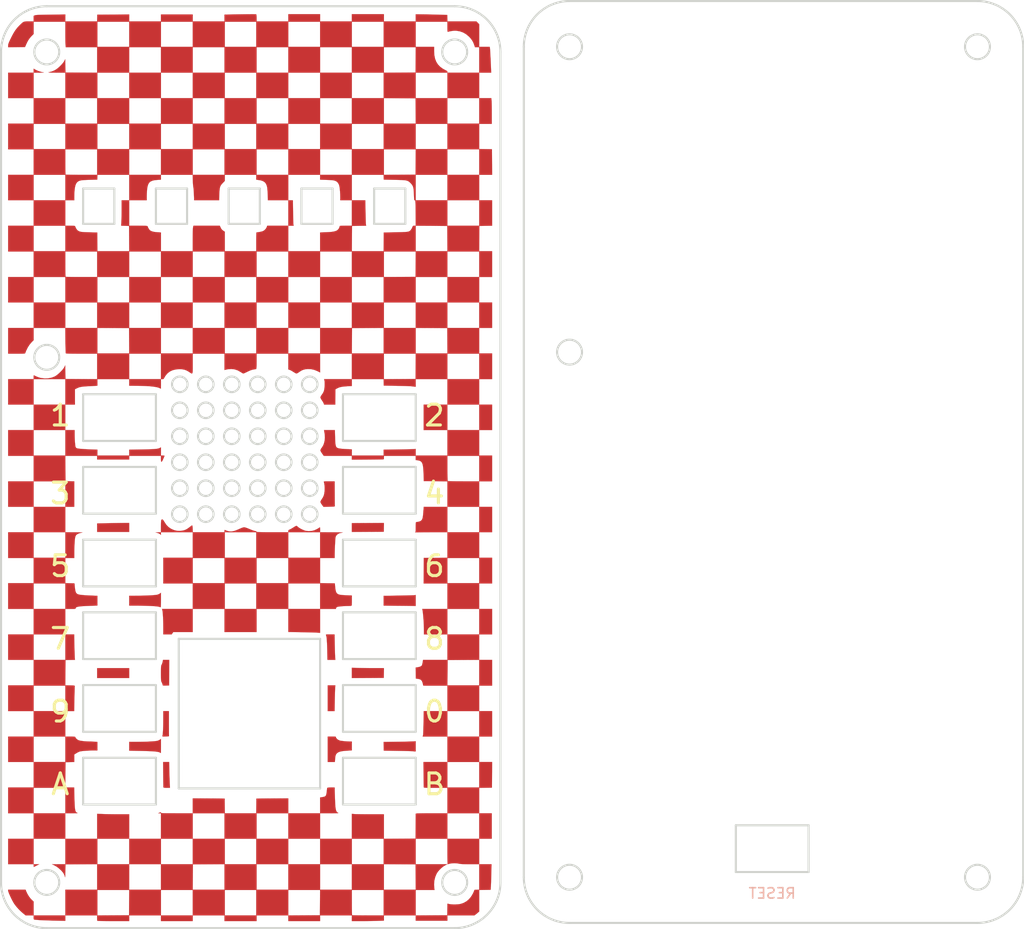
<source format=kicad_pcb>
(kicad_pcb (version 20171130) (host pcbnew 5.1.10)

  (general
    (thickness 1.6)
    (drawings 151)
    (tracks 0)
    (zones 0)
    (modules 1)
    (nets 1)
  )

  (page A4)
  (layers
    (0 F.Cu signal)
    (31 B.Cu signal)
    (32 B.Adhes user)
    (33 F.Adhes user)
    (34 B.Paste user)
    (35 F.Paste user)
    (36 B.SilkS user)
    (37 F.SilkS user)
    (38 B.Mask user)
    (39 F.Mask user)
    (40 Dwgs.User user)
    (41 Cmts.User user)
    (42 Eco1.User user)
    (43 Eco2.User user)
    (44 Edge.Cuts user)
    (45 Margin user)
    (46 B.CrtYd user)
    (47 F.CrtYd user)
    (48 B.Fab user)
    (49 F.Fab user)
  )

  (setup
    (last_trace_width 0.25)
    (trace_clearance 0.2)
    (zone_clearance 0.508)
    (zone_45_only no)
    (trace_min 0.2)
    (via_size 0.8)
    (via_drill 0.4)
    (via_min_size 0.4)
    (via_min_drill 0.3)
    (uvia_size 0.3)
    (uvia_drill 0.1)
    (uvias_allowed no)
    (uvia_min_size 0.2)
    (uvia_min_drill 0.1)
    (edge_width 0.05)
    (segment_width 0.2)
    (pcb_text_width 0.3)
    (pcb_text_size 1.5 1.5)
    (mod_edge_width 0.12)
    (mod_text_size 1 1)
    (mod_text_width 0.15)
    (pad_size 1.524 1.524)
    (pad_drill 0.762)
    (pad_to_mask_clearance 0)
    (aux_axis_origin 0 0)
    (visible_elements FFFFFF7F)
    (pcbplotparams
      (layerselection 0x010fc_ffffffff)
      (usegerberextensions false)
      (usegerberattributes true)
      (usegerberadvancedattributes true)
      (creategerberjobfile true)
      (excludeedgelayer true)
      (linewidth 0.100000)
      (plotframeref false)
      (viasonmask false)
      (mode 1)
      (useauxorigin false)
      (hpglpennumber 1)
      (hpglpenspeed 20)
      (hpglpendiameter 15.000000)
      (psnegative false)
      (psa4output false)
      (plotreference true)
      (plotvalue true)
      (plotinvisibletext false)
      (padsonsilk false)
      (subtractmaskfromsilk false)
      (outputformat 3)
      (mirror false)
      (drillshape 0)
      (scaleselection 1)
      (outputdirectory "/tmp"))
  )

  (net 0 "")

  (net_class Default "This is the default net class."
    (clearance 0.2)
    (trace_width 0.25)
    (via_dia 0.8)
    (via_drill 0.4)
    (uvia_dia 0.3)
    (uvia_drill 0.1)
  )

  (module local:case (layer F.Cu) (tedit 0) (tstamp 60888B3C)
    (at 59.25 70.5)
    (fp_text reference G*** (at 0 0) (layer F.SilkS) hide
      (effects (font (size 1.524 1.524) (thickness 0.3)))
    )
    (fp_text value LOGO (at 0.75 0) (layer F.Cu) hide
      (effects (font (size 1.524 1.524) (thickness 0.3)))
    )
    (fp_poly (pts (xy 23.220699 39.158334) (xy 23.213932 39.415229) (xy 23.206477 39.665185) (xy 23.198726 39.897271)
      (xy 23.19107 40.100559) (xy 23.183901 40.26412) (xy 23.17761 40.377024) (xy 23.176555 40.39173)
      (xy 23.156015 40.662281) (xy 22.057895 40.679699) (xy 22.057895 42.749063) (xy 21.941321 42.851537)
      (xy 21.841245 42.936369) (xy 21.736089 43.020993) (xy 21.710557 43.040656) (xy 21.596366 43.127302)
      (xy 20.299311 43.128188) (xy 19.002256 43.129073) (xy 19.002256 43.638346) (xy 15.946617 43.638346)
      (xy 15.946617 43.12969) (xy 18.986341 43.113158) (xy 18.995015 42.552529) (xy 19.003689 41.991899)
      (xy 19.185992 42.034801) (xy 19.351917 42.06092) (xy 19.557852 42.074157) (xy 19.781482 42.074604)
      (xy 20.000494 42.062349) (xy 20.192572 42.037483) (xy 20.227694 42.030605) (xy 20.534895 41.934222)
      (xy 20.814425 41.781717) (xy 21.06361 41.575513) (xy 21.279774 41.318035) (xy 21.460242 41.011706)
      (xy 21.533835 40.846964) (xy 21.608783 40.662281) (xy 22.057895 40.643577) (xy 22.057895 38.195489)
      (xy 23.244305 38.195489) (xy 23.220699 39.158334)) (layer F.Cu) (width 0.01))
    (fp_poly (pts (xy -21.518448 40.829386) (xy -21.411633 41.055504) (xy -21.278053 41.278501) (xy -21.130988 41.478265)
      (xy -20.990975 41.628119) (xy -20.816541 41.787542) (xy -20.816541 43.129073) (xy -21.576281 43.129073)
      (xy -21.80913 42.943604) (xy -22.02798 42.753762) (xy -22.249988 42.533581) (xy -22.457519 42.301943)
      (xy -22.632938 42.077731) (xy -22.676712 42.014669) (xy -22.753985 41.889867) (xy -22.840586 41.734352)
      (xy -22.931237 41.559438) (xy -23.020659 41.376444) (xy -23.103576 41.196685) (xy -23.174708 41.031478)
      (xy -23.228778 40.89214) (xy -23.260507 40.789987) (xy -23.26665 40.749812) (xy -23.267418 40.646366)
      (xy -21.592165 40.646366) (xy -21.518448 40.829386)) (layer F.Cu) (width 0.01))
    (fp_poly (pts (xy 22.057895 38.195489) (xy 21.184134 38.195489) (xy 20.897967 38.194628) (xy 20.667783 38.191814)
      (xy 20.485926 38.186702) (xy 20.344741 38.178945) (xy 20.236572 38.168199) (xy 20.153764 38.154116)
      (xy 20.127071 38.147745) (xy 20.004136 38.124655) (xy 19.848539 38.107704) (xy 19.691211 38.100129)
      (xy 19.670677 38.1) (xy 19.515591 38.105995) (xy 19.357878 38.12182) (xy 19.228468 38.144241)
      (xy 19.214282 38.147745) (xy 19.114315 38.173203) (xy 19.04204 38.190523) (xy 19.016618 38.195489)
      (xy 19.013427 38.164804) (xy 19.010482 38.077328) (xy 19.007865 37.939929) (xy 19.005655 37.759474)
      (xy 19.003932 37.542831) (xy 19.002778 37.296869) (xy 19.002272 37.028454) (xy 19.002256 36.97005)
      (xy 19.002256 35.744612) (xy 22.057895 35.744612) (xy 22.057895 38.195489)) (layer F.Cu) (width 0.01))
    (fp_poly (pts (xy 23.267419 35.744612) (xy 22.057895 35.744612) (xy 22.057895 33.293735) (xy 23.267419 33.293735)
      (xy 23.267419 35.744612)) (layer F.Cu) (width 0.01))
    (fp_poly (pts (xy 23.299248 -13.43208) (xy 22.057895 -13.43208) (xy 22.057895 -15.882957) (xy 23.299248 -15.882957)
      (xy 23.299248 -13.43208)) (layer F.Cu) (width 0.01))
    (fp_poly (pts (xy -20.816541 -35.553634) (xy -23.267418 -35.553634) (xy -23.267418 -38.004511) (xy -20.816541 -38.004511)
      (xy -20.816541 -35.553634)) (layer F.Cu) (width 0.01))
    (fp_poly (pts (xy -20.617606 -38.280222) (xy -20.329991 -38.146444) (xy -20.036914 -38.062339) (xy -19.908261 -38.039929)
      (xy -19.850171 -38.029974) (xy -19.833742 -38.022413) (xy -19.863394 -38.016859) (xy -19.94355 -38.012923)
      (xy -20.07863 -38.010217) (xy -20.267481 -38.008392) (xy -20.816541 -38.004511) (xy -20.816541 -38.389581)
      (xy -20.617606 -38.280222)) (layer F.Cu) (width 0.01))
    (fp_poly (pts (xy -20.816541 -12.243405) (xy -20.985351 -12.07859) (xy -21.192785 -11.839649) (xy -21.380061 -11.551158)
      (xy -21.539532 -11.225985) (xy -21.623299 -11.005075) (xy -21.633425 -10.987986) (xy -21.655746 -10.974777)
      (xy -21.697629 -10.964955) (xy -21.766436 -10.958025) (xy -21.869534 -10.953496) (xy -22.014286 -10.950873)
      (xy -22.208056 -10.949663) (xy -22.454765 -10.949373) (xy -23.267418 -10.949373) (xy -23.267418 -13.43208)
      (xy -20.816541 -13.43208) (xy -20.816541 -12.243405)) (layer F.Cu) (width 0.01))
    (fp_poly (pts (xy -20.816541 38.195489) (xy -20.271823 38.195489) (xy -20.536225 38.330979) (xy -20.800627 38.46647)
      (xy -20.810328 38.330979) (xy -20.820029 38.195489) (xy -23.267418 38.195489) (xy -23.267418 35.744612)
      (xy -20.816541 35.744612) (xy -20.816541 38.195489)) (layer F.Cu) (width 0.01))
    (fp_poly (pts (xy -17.760902 43.648258) (xy -18.819236 43.625814) (xy -19.183173 43.616959) (xy -19.523709 43.606445)
      (xy -19.835158 43.594569) (xy -20.111832 43.581629) (xy -20.348046 43.567924) (xy -20.538113 43.553752)
      (xy -20.676347 43.539409) (xy -20.757061 43.525195) (xy -20.76084 43.52408) (xy -20.793224 43.501291)
      (xy -20.810379 43.448731) (xy -20.816332 43.351498) (xy -20.816541 43.317906) (xy -20.816541 43.129073)
      (xy -17.760902 43.129073) (xy -17.760902 43.648258)) (layer F.Cu) (width 0.01))
    (fp_poly (pts (xy 23.299248 -25.718295) (xy 23.299248 -23.268793) (xy 22.07381 -23.251503) (xy 22.057138 -20.816541)
      (xy 23.299248 -20.816541) (xy 23.299248 -18.333834) (xy 22.057895 -18.333834) (xy 22.057895 -15.882957)
      (xy 19.002256 -15.882957) (xy 19.002256 -13.43208) (xy 22.057895 -13.43208) (xy 22.057895 -10.981203)
      (xy 23.299248 -10.981203) (xy 23.299248 -8.498496) (xy 22.057895 -8.498496) (xy 22.057895 -6.047619)
      (xy 23.299248 -6.047619) (xy 23.299248 -3.596741) (xy 22.057895 -3.596741) (xy 22.057895 -1.145864)
      (xy 23.299248 -1.145864) (xy 23.299248 1.336842) (xy 22.057895 1.336842) (xy 22.057895 3.78772)
      (xy 23.299248 3.78772) (xy 23.299248 6.238597) (xy 22.057895 6.238597) (xy 22.057895 8.689474)
      (xy 23.299248 8.689474) (xy 23.299248 11.172181) (xy 22.057895 11.172181) (xy 22.057895 13.623058)
      (xy 23.299248 13.623058) (xy 23.299248 16.073935) (xy 22.057895 16.073935) (xy 22.057895 18.524195)
      (xy 20.538033 18.532461) (xy 19.01817 18.540727) (xy 19.009835 19.758208) (xy 19.001499 20.97569)
      (xy 22.057895 20.97569) (xy 22.057895 18.524812) (xy 23.299248 18.524812) (xy 23.299248 21.007519)
      (xy 22.057895 21.007519) (xy 22.057895 23.458396) (xy 23.299248 23.458396) (xy 23.299248 25.909274)
      (xy 22.057895 25.909274) (xy 22.057895 28.360151) (xy 23.299996 28.360151) (xy 23.291665 29.593547)
      (xy 23.283333 30.826943) (xy 22.670614 30.835587) (xy 22.057895 30.844232) (xy 22.057895 33.293735)
      (xy 19.002256 33.293735) (xy 19.002256 35.744612) (xy 15.946617 35.744612) (xy 15.946617 38.195489)
      (xy 18.986341 38.197335) (xy 18.763534 38.314181) (xy 18.585909 38.427223) (xy 18.400322 38.579142)
      (xy 18.22334 38.753627) (xy 18.071529 38.934366) (xy 17.962722 39.102632) (xy 17.822954 39.435156)
      (xy 17.738699 39.791956) (xy 17.71146 40.163613) (xy 17.738126 40.511091) (xy 17.763095 40.678196)
      (xy 15.946617 40.678196) (xy 15.946617 43.129073) (xy 12.890977 43.129073) (xy 12.890977 43.6283)
      (xy 12.312943 43.649238) (xy 12.123617 43.654824) (xy 11.885952 43.659848) (xy 11.615268 43.664103)
      (xy 11.326885 43.667381) (xy 11.036122 43.669474) (xy 10.769208 43.670176) (xy 9.803509 43.670176)
      (xy 9.803509 43.129073) (xy 6.74787 43.129073) (xy 6.74787 43.670176) (xy 3.692231 43.670176)
      (xy 3.692231 43.12969) (xy 6.731955 43.113158) (xy 6.740291 41.895677) (xy 6.748626 40.678196)
      (xy 9.803509 40.678196) (xy 9.803509 41.882415) (xy 9.804051 42.153266) (xy 9.805597 42.403949)
      (xy 9.808024 42.627373) (xy 9.811208 42.816446) (xy 9.815027 42.964077) (xy 9.819359 43.063174)
      (xy 9.824079 43.106644) (xy 9.824729 43.107853) (xy 9.859893 43.112126) (xy 9.952406 43.11611)
      (xy 10.095956 43.11972) (xy 10.284232 43.122867) (xy 10.510925 43.125463) (xy 10.769723 43.127421)
      (xy 11.054315 43.128654) (xy 11.352548 43.129073) (xy 12.859148 43.129073) (xy 12.859148 40.678196)
      (xy 9.803509 40.678196) (xy 6.748626 40.678196) (xy 3.692231 40.678196) (xy 3.692231 43.129073)
      (xy 0.636592 43.129073) (xy 0.636592 43.670176) (xy -2.450877 43.670176) (xy -2.450877 43.129073)
      (xy -5.506516 43.129073) (xy -5.506516 43.670176) (xy -8.562155 43.670176) (xy -8.562155 43.129073)
      (xy -11.617794 43.129073) (xy -11.617794 43.670176) (xy -13.140309 43.670176) (xy -13.445715 43.669745)
      (xy -13.731544 43.668511) (xy -13.991519 43.666559) (xy -14.219365 43.663976) (xy -14.408805 43.660848)
      (xy -14.553562 43.657262) (xy -14.647361 43.653303) (xy -14.683924 43.649058) (xy -14.684043 43.648956)
      (xy -14.694077 43.609096) (xy -14.70155 43.522586) (xy -14.70513 43.406422) (xy -14.705263 43.378405)
      (xy -14.705263 43.129073) (xy -17.760902 43.129073) (xy -17.760902 40.678196) (xy -14.673434 40.678196)
      (xy -14.673434 43.12969) (xy -13.153571 43.121424) (xy -11.633709 43.113158) (xy -11.625374 41.895677)
      (xy -11.617038 40.678196) (xy -8.562155 40.678196) (xy -8.562155 43.129073) (xy -5.506516 43.129073)
      (xy -5.506516 40.678196) (xy -2.419048 40.678196) (xy -2.419048 43.129073) (xy 0.604762 43.129073)
      (xy 0.604762 40.678196) (xy -2.419048 40.678196) (xy -5.506516 40.678196) (xy -8.562155 40.678196)
      (xy -11.617038 40.678196) (xy -14.673434 40.678196) (xy -17.760902 40.678196) (xy -17.760902 40.646366)
      (xy -14.705263 40.646366) (xy -14.705263 38.194872) (xy -17.744987 38.211404) (xy -17.760902 38.89574)
      (xy -17.767362 39.13057) (xy -17.774351 39.301954) (xy -17.781884 39.410099) (xy -17.789977 39.455217)
      (xy -17.798645 39.437517) (xy -17.800053 39.429082) (xy -17.854195 39.232375) (xy -17.957809 39.040871)
      (xy -18.116013 38.845984) (xy -18.196075 38.764822) (xy -18.418756 38.565359) (xy -18.631061 38.411259)
      (xy -18.849988 38.290411) (xy -18.883999 38.274608) (xy -19.05 38.199156) (xy -18.405451 38.197323)
      (xy -17.760902 38.195489) (xy -17.760902 35.744612) (xy -20.816541 35.744612) (xy -20.816541 33.293735)
      (xy -23.267418 33.293735) (xy -23.267418 30.842858) (xy -20.816541 30.842858) (xy -20.816541 33.293735)
      (xy -17.760902 33.293735) (xy -17.760902 30.842858) (xy -20.816541 30.842858) (xy -23.267418 30.842858)
      (xy -23.267418 30.811028) (xy -20.816541 30.811028) (xy -17.761659 30.811028) (xy -16.911756 30.811028)
      (xy -16.890592 31.742043) (xy -16.881778 32.085452) (xy -16.87166 32.370893) (xy -16.859198 32.604061)
      (xy -16.843352 32.790645) (xy -16.823081 32.936338) (xy -16.797346 33.046832) (xy -16.765106 33.12782)
      (xy -16.725323 33.184992) (xy -16.676955 33.22404) (xy -16.618962 33.250657) (xy -16.614664 33.252151)
      (xy -16.58493 33.265175) (xy -16.586069 33.275001) (xy -16.624044 33.282088) (xy -16.704821 33.286894)
      (xy -16.834364 33.289878) (xy -17.018637 33.291499) (xy -17.132268 33.291938) (xy -17.760902 33.293735)
      (xy -17.760902 35.744612) (xy -14.705263 35.744612) (xy -14.705263 33.347348) (xy -14.127228 33.368286)
      (xy -13.937902 33.373872) (xy -13.700238 33.378896) (xy -13.429554 33.383151) (xy -13.141171 33.386429)
      (xy -12.850408 33.388522) (xy -12.583494 33.389223) (xy -11.617794 33.389223) (xy -11.617794 35.744612)
      (xy -14.673434 35.744612) (xy -14.673434 38.195489) (xy -11.617794 38.195489) (xy -11.617794 40.646366)
      (xy -8.562155 40.646366) (xy -5.507273 40.646366) (xy -2.450877 40.646366) (xy -2.450877 38.194872)
      (xy -5.490601 38.211404) (xy -5.507273 40.646366) (xy -8.562155 40.646366) (xy -8.562155 38.195489)
      (xy -5.506516 38.195489) (xy -5.506516 35.744612) (xy -2.450877 35.744612) (xy -2.419048 35.744612)
      (xy -2.419048 38.195489) (xy 0.604762 38.195489) (xy 0.636592 38.195489) (xy 0.636592 40.646366)
      (xy 3.692231 40.646366) (xy 3.692231 38.195489) (xy 0.636592 38.195489) (xy 0.604762 38.195489)
      (xy 0.604762 35.744612) (xy -2.419048 35.744612) (xy -2.450877 35.744612) (xy -2.450877 33.293735)
      (xy -5.506516 33.293735) (xy -5.506516 31.860792) (xy -3.970739 31.869056) (xy -2.434962 31.877319)
      (xy -2.41783 33.293735) (xy 0.603544 33.293735) (xy 0.61211 32.585527) (xy 0.620677 31.877319)
      (xy 2.156454 31.869056) (xy 3.692231 31.860792) (xy 3.692231 33.293735) (xy 0.636592 33.293735)
      (xy 0.636592 35.744612) (xy 3.692231 35.744612) (xy 3.692231 38.195489) (xy 6.74787 38.195489)
      (xy 6.74787 40.646366) (xy 9.803509 40.646366) (xy 12.890977 40.646366) (xy 15.947373 40.646366)
      (xy 15.939037 39.428885) (xy 15.930702 38.211404) (xy 14.41084 38.203138) (xy 12.890977 38.194872)
      (xy 12.890977 40.646366) (xy 9.803509 40.646366) (xy 9.803509 38.195489) (xy 12.859148 38.195489)
      (xy 12.859148 35.744612) (xy 9.803509 35.744612) (xy 9.803509 33.348188) (xy 10.018358 33.36848)
      (xy 10.09693 33.372897) (xy 10.231067 33.376994) (xy 10.412676 33.380664) (xy 10.633663 33.383797)
      (xy 10.885935 33.386288) (xy 11.161398 33.388028) (xy 11.451958 33.38891) (xy 11.562093 33.388997)
      (xy 12.890977 33.389223) (xy 12.890977 35.745229) (xy 14.41084 35.736963) (xy 15.930702 35.728697)
      (xy 15.939038 34.531034) (xy 15.947374 33.33337) (xy 16.046463 33.313552) (xy 16.098301 33.309433)
      (xy 16.206836 33.305604) (xy 16.365103 33.302154) (xy 16.56614 33.299175) (xy 16.802984 33.296757)
      (xy 17.068672 33.29499) (xy 17.356242 33.293964) (xy 17.573904 33.293735) (xy 19.002256 33.293735)
      (xy 19.002256 30.842858) (xy 17.871307 30.842858) (xy 17.557917 30.842366) (xy 17.303177 30.840777)
      (xy 17.102081 30.837915) (xy 16.949628 30.833607) (xy 16.840812 30.827679) (xy 16.770631 30.819957)
      (xy 16.734081 30.810268) (xy 16.726068 30.803071) (xy 16.722631 30.763219) (xy 16.719039 30.666954)
      (xy 16.715425 30.52152) (xy 16.711923 30.334163) (xy 16.708667 30.112128) (xy 16.705789 29.862659)
      (xy 16.703423 29.593002) (xy 16.703195 29.561699) (xy 16.694612 28.360114) (xy 17.848434 28.360132)
      (xy 19.002256 28.360151) (xy 19.002256 30.811028) (xy 22.057895 30.811028) (xy 22.057895 28.360151)
      (xy 19.002256 28.360151) (xy 19.002256 25.909274) (xy 22.057895 25.909274) (xy 22.057895 23.458396)
      (xy 19.002256 23.458396) (xy 19.002256 21.007519) (xy 16.67991 21.007519) (xy 16.660197 20.919988)
      (xy 16.609375 20.722711) (xy 16.553212 20.579026) (xy 16.482524 20.478981) (xy 16.388129 20.412626)
      (xy 16.260845 20.370008) (xy 16.131125 20.346599) (xy 15.962531 20.322365) (xy 15.953818 19.79272)
      (xy 15.945105 19.263074) (xy 16.112966 19.240286) (xy 16.305169 19.201216) (xy 16.446872 19.144111)
      (xy 16.532908 19.071274) (xy 16.546971 19.046963) (xy 16.57054 18.97532) (xy 16.597028 18.8651)
      (xy 16.619617 18.746308) (xy 16.656197 18.524812) (xy 19.002256 18.524812) (xy 19.002256 16.073935)
      (xy 22.057895 16.073935) (xy 22.057895 13.623058) (xy 19.002256 13.623058) (xy 19.002256 11.172181)
      (xy 16.709779 11.172181) (xy 16.726333 8.721304) (xy 19.002256 8.721304) (xy 19.002256 11.140351)
      (xy 22.057895 11.140351) (xy 22.057895 8.721304) (xy 19.002256 8.721304) (xy 16.726333 8.721304)
      (xy 16.726441 8.705389) (xy 17.864348 8.697029) (xy 19.002256 8.68867) (xy 19.002256 6.238597)
      (xy 22.057895 6.238597) (xy 22.057895 3.78772) (xy 19.002256 3.78772) (xy 19.002256 1.337647)
      (xy 17.864348 1.329287) (xy 16.726441 1.320928) (xy 16.706489 0.668421) (xy 16.693467 0.341899)
      (xy 16.674532 0.073103) (xy 16.647099 -0.143811) (xy 16.608585 -0.314689) (xy 16.556403 -0.445375)
      (xy 16.487971 -0.541716) (xy 16.400703 -0.609555) (xy 16.292015 -0.654739) (xy 16.159323 -0.683113)
      (xy 16.105747 -0.690271) (xy 15.946617 -0.709117) (xy 15.946617 -1.114035) (xy 19.002256 -1.114035)
      (xy 19.002256 0.090184) (xy 19.002798 0.361035) (xy 19.004344 0.611718) (xy 19.006771 0.835143)
      (xy 19.009955 1.024216) (xy 19.013774 1.171847) (xy 19.018106 1.270943) (xy 19.022826 1.314414)
      (xy 19.023475 1.315623) (xy 19.05864 1.319895) (xy 19.151152 1.32388) (xy 19.294702 1.327489)
      (xy 19.482979 1.330636) (xy 19.709672 1.333233) (xy 19.96847 1.335191) (xy 20.253062 1.336423)
      (xy 20.551295 1.336842) (xy 22.057895 1.336842) (xy 22.057895 -1.114035) (xy 19.002256 -1.114035)
      (xy 15.946617 -1.114035) (xy 12.890977 -1.114035) (xy 12.890977 -0.953888) (xy 12.883143 -0.84648)
      (xy 12.861291 -0.787387) (xy 12.851191 -0.780248) (xy 12.812187 -0.777332) (xy 12.715945 -0.774239)
      (xy 12.568884 -0.771066) (xy 12.377424 -0.767905) (xy 12.147985 -0.764854) (xy 11.886986 -0.762006)
      (xy 11.600847 -0.759458) (xy 11.307447 -0.757375) (xy 9.80349 -0.747995) (xy 9.8035 -0.931015)
      (xy 9.803509 -1.114035) (xy 7.102334 -1.114035) (xy 6.941016 -1.343004) (xy 6.867967 -1.453189)
      (xy 6.812162 -1.549741) (xy 6.782373 -1.616967) (xy 6.779699 -1.631562) (xy 6.798161 -1.718145)
      (xy 6.856866 -1.827115) (xy 6.941728 -1.944006) (xy 7.051368 -2.126166) (xy 7.135318 -2.352302)
      (xy 7.19036 -2.60683) (xy 7.213278 -2.874166) (xy 7.200852 -3.138724) (xy 7.195988 -3.175491)
      (xy 7.176296 -3.306571) (xy 7.157274 -3.42361) (xy 7.142705 -3.503434) (xy 7.141479 -3.50921)
      (xy 7.122403 -3.596741) (xy 8.171272 -3.596741) (xy 8.189037 -2.920363) (xy 8.19807 -2.645375)
      (xy 8.210021 -2.426548) (xy 8.226246 -2.256404) (xy 8.248099 -2.127464) (xy 8.276937 -2.032249)
      (xy 8.314115 -1.963282) (xy 8.360989 -1.913083) (xy 8.373379 -1.903335) (xy 8.442136 -1.866968)
      (xy 8.546139 -1.836644) (xy 8.691441 -1.811475) (xy 8.884096 -1.790573) (xy 9.130155 -1.773051)
      (xy 9.334023 -1.762478) (xy 9.803509 -1.740838) (xy 9.803509 -1.145864) (xy 12.859148 -1.145864)
      (xy 12.859148 -1.708967) (xy 14.299436 -1.73044) (xy 14.599916 -1.735297) (xy 14.883711 -1.740605)
      (xy 15.143868 -1.746183) (xy 15.373431 -1.75185) (xy 15.565445 -1.757423) (xy 15.712956 -1.762721)
      (xy 15.809008 -1.767562) (xy 15.84317 -1.770797) (xy 15.946617 -1.789681) (xy 15.946617 -1.145864)
      (xy 19.002256 -1.145864) (xy 19.002256 -3.596741) (xy 22.057895 -3.596741) (xy 22.057895 -6.047619)
      (xy 19.002256 -6.047619) (xy 19.002256 -8.498496) (xy 15.946617 -8.498496) (xy 15.946617 -7.76082)
      (xy 15.827256 -7.777909) (xy 15.711459 -7.793471) (xy 15.595516 -7.806513) (xy 15.471531 -7.817403)
      (xy 15.331608 -7.826509) (xy 15.16785 -7.834198) (xy 14.972362 -7.84084) (xy 14.737248 -7.846802)
      (xy 14.454611 -7.852453) (xy 14.116555 -7.85816) (xy 14.100501 -7.858415) (xy 12.875063 -7.877819)
      (xy 12.865953 -8.188158) (xy 12.856843 -8.498496) (xy 9.803509 -8.498496) (xy 9.803509 -10.949373)
      (xy 12.890977 -10.949373) (xy 12.890977 -8.497879) (xy 14.41084 -8.506145) (xy 15.930702 -8.514411)
      (xy 15.939037 -9.731892) (xy 15.947373 -10.949373) (xy 19.002256 -10.949373) (xy 19.002256 -8.498496)
      (xy 22.057895 -8.498496) (xy 22.057895 -10.949373) (xy 19.002256 -10.949373) (xy 15.947373 -10.949373)
      (xy 12.890977 -10.949373) (xy 9.803509 -10.949373) (xy 6.74787 -10.949373) (xy 6.74787 -9.141927)
      (xy 6.501191 -9.26682) (xy 6.182957 -9.396053) (xy 5.859182 -9.465837) (xy 5.538346 -9.474519)
      (xy 5.295585 -9.444638) (xy 5.091272 -9.387709) (xy 4.903156 -9.295862) (xy 4.758655 -9.198845)
      (xy 4.651057 -9.125125) (xy 4.555241 -9.069569) (xy 4.487788 -9.041493) (xy 4.475662 -9.039821)
      (xy 4.419755 -9.057223) (xy 4.32875 -9.103442) (xy 4.219011 -9.169823) (xy 4.176572 -9.198009)
      (xy 4.053906 -9.276004) (xy 3.933838 -9.342972) (xy 3.837793 -9.387199) (xy 3.81849 -9.393802)
      (xy 3.692231 -9.43163) (xy 3.692231 -10.949373) (xy 0.636592 -10.949373) (xy 0.636592 -10.216294)
      (xy 0.635756 -9.967892) (xy 0.633036 -9.777183) (xy 0.628114 -9.638217) (xy 0.620673 -9.545047)
      (xy 0.610393 -9.491725) (xy 0.596957 -9.472302) (xy 0.596805 -9.472259) (xy 0.546951 -9.462197)
      (xy 0.453971 -9.44622) (xy 0.33771 -9.427732) (xy 0.334211 -9.427196) (xy 0.189052 -9.395548)
      (xy 0.030581 -9.340701) (xy -0.157312 -9.256729) (xy -0.238995 -9.216344) (xy -0.377776 -9.14822)
      (xy -0.498748 -9.09232) (xy -0.589155 -9.054304) (xy -0.636238 -9.039832) (xy -0.636865 -9.039821)
      (xy -0.683339 -9.057005) (xy -0.766655 -9.102685) (xy -0.871835 -9.168379) (xy -0.916269 -9.198083)
      (xy -1.189995 -9.350207) (xy -1.479814 -9.443374) (xy -1.788886 -9.478037) (xy -2.120376 -9.454647)
      (xy -2.363346 -9.405019) (xy -2.450877 -9.382823) (xy -2.450877 -10.949373) (xy -5.506516 -10.949373)
      (xy -5.506516 -9.994486) (xy -5.506242 -9.707667) (xy -5.506841 -9.479435) (xy -5.51045 -9.304731)
      (xy -5.519203 -9.178496) (xy -5.535236 -9.095668) (xy -5.560682 -9.051191) (xy -5.597678 -9.040002)
      (xy -5.648358 -9.057044) (xy -5.714858 -9.097257) (xy -5.799312 -9.155581) (xy -5.846672 -9.188399)
      (xy -6.062368 -9.317855) (xy -6.274505 -9.402402) (xy -6.504206 -9.448458) (xy -6.74787 -9.462345)
      (xy -7.099414 -9.440652) (xy -7.410763 -9.369648) (xy -7.682092 -9.249239) (xy -7.913578 -9.079331)
      (xy -8.105398 -8.859833) (xy -8.2066 -8.694843) (xy -8.263503 -8.591805) (xy -8.306055 -8.533065)
      (xy -8.348813 -8.506201) (xy -8.406332 -8.498793) (xy -8.436704 -8.498496) (xy -8.562155 -8.498496)
      (xy -8.562155 -10.949373) (xy -11.617794 -10.949373) (xy -11.617794 -8.498496) (xy -14.673434 -8.498496)
      (xy -14.673434 -7.867845) (xy -14.967857 -7.849778) (xy -15.127366 -7.840453) (xy -15.321637 -7.829783)
      (xy -15.521838 -7.819322) (xy -15.644236 -7.813241) (xy -15.906107 -7.79747) (xy -16.116673 -7.77685)
      (xy -16.28823 -7.749117) (xy -16.433081 -7.712009) (xy -16.563524 -7.663262) (xy -16.631893 -7.631505)
      (xy -16.837845 -7.529945) (xy -16.837845 -6.047619) (xy -17.760902 -6.047619) (xy -17.760902 -3.596741)
      (xy -16.869674 -3.596741) (xy -16.869402 -3.175) (xy -16.866348 -2.956967) (xy -16.858075 -2.733428)
      (xy -16.84551 -2.516292) (xy -16.829581 -2.317469) (xy -16.811213 -2.148868) (xy -16.791333 -2.022401)
      (xy -16.774811 -1.959163) (xy -16.722226 -1.885419) (xy -16.662732 -1.846096) (xy -16.58073 -1.826384)
      (xy -16.442072 -1.806671) (xy -16.253758 -1.787528) (xy -16.022789 -1.769528) (xy -15.756164 -1.753246)
      (xy -15.460884 -1.739254) (xy -15.270238 -1.732107) (xy -14.673434 -1.711895) (xy -14.673434 -1.145864)
      (xy -11.617794 -1.145864) (xy -11.617794 -1.709426) (xy -10.432143 -1.728744) (xy -10.056014 -1.735805)
      (xy -9.738005 -1.74404) (xy -9.472582 -1.75392) (xy -9.254211 -1.765916) (xy -9.077356 -1.780499)
      (xy -8.936484 -1.798139) (xy -8.826058 -1.819309) (xy -8.740546 -1.844479) (xy -8.674411 -1.874121)
      (xy -8.665601 -1.879109) (xy -8.562155 -1.939457) (xy -8.562155 -1.145864) (xy -8.383687 -1.145864)
      (xy -8.277942 -1.141693) (xy -8.227427 -1.127871) (xy -8.222375 -1.106077) (xy -8.241971 -1.059908)
      (xy -8.279341 -0.971312) (xy -8.327626 -0.856562) (xy -8.346417 -0.811844) (xy -8.409744 -0.675231)
      (xy -8.46474 -0.584471) (xy -8.506805 -0.547116) (xy -8.507729 -0.546916) (xy -8.533609 -0.548658)
      (xy -8.549771 -0.573534) (xy -8.558423 -0.632838) (xy -8.561772 -0.737861) (xy -8.562155 -0.825235)
      (xy -8.562155 -1.114035) (xy -11.617794 -1.114035) (xy -11.617794 -0.763909) (xy -14.705263 -0.763909)
      (xy -14.705263 -1.114035) (xy -17.761659 -1.114035) (xy -17.753323 0.103446) (xy -17.744987 1.320928)
      (xy -17.323246 1.329809) (xy -16.901504 1.33869) (xy -16.901504 3.78772) (xy -17.760902 3.78772)
      (xy -17.760902 6.238597) (xy -16.861717 6.242526) (xy -16.599259 6.244141) (xy -16.397073 6.246528)
      (xy -16.251773 6.249846) (xy -16.159977 6.254256) (xy -16.118298 6.259918) (xy -16.123353 6.266992)
      (xy -16.169424 6.275316) (xy -16.313408 6.305406) (xy -16.463082 6.352011) (xy -16.547027 6.386896)
      (xy -16.642208 6.440271) (xy -16.715112 6.502486) (xy -16.769429 6.583015) (xy -16.808848 6.691333)
      (xy -16.837058 6.836913) (xy -16.857748 7.029229) (xy -16.871128 7.219236) (xy -16.881851 7.430636)
      (xy -16.890883 7.677515) (xy -16.89738 7.931701) (xy -16.900497 8.165019) (xy -16.900637 8.204073)
      (xy -16.901504 8.721304) (xy -17.760902 8.721304) (xy -17.760902 11.138555) (xy -17.323921 11.14741)
      (xy -16.88694 11.156266) (xy -16.850201 11.527957) (xy -16.822849 11.749686) (xy -16.788086 11.91719)
      (xy -16.742139 12.039797) (xy -16.681238 12.126838) (xy -16.60161 12.187641) (xy -16.578614 12.199699)
      (xy -16.483491 12.23123) (xy -16.333369 12.259239) (xy -16.126475 12.283901) (xy -15.861039 12.305396)
      (xy -15.53529 12.323901) (xy -15.206579 12.337523) (xy -14.673434 12.356652) (xy -14.673434 13.297376)
      (xy -15.317982 13.318849) (xy -15.672153 13.332163) (xy -15.967337 13.346955) (xy -16.208202 13.363998)
      (xy -16.399418 13.384065) (xy -16.545652 13.40793) (xy -16.651573 13.436366) (xy -16.721849 13.470148)
      (xy -16.761148 13.510048) (xy -16.77414 13.55684) (xy -16.774185 13.560133) (xy -16.777382 13.583987)
      (xy -16.793173 13.600909) (xy -16.830855 13.612083) (xy -16.899728 13.618697) (xy -17.009091 13.621935)
      (xy -17.168243 13.622984) (xy -17.267544 13.623058) (xy -17.760902 13.623058) (xy -17.760902 16.073935)
      (xy -16.911615 16.073935) (xy -16.889481 17.195928) (xy -16.883792 17.461447) (xy -16.877598 17.71039)
      (xy -16.871165 17.934681) (xy -16.86476 18.126241) (xy -16.858649 18.276996) (xy -16.853099 18.378867)
      (xy -16.849115 18.420471) (xy -16.830882 18.523022) (xy -17.287935 18.531875) (xy -17.744987 18.540727)
      (xy -17.761657 20.973937) (xy -17.307708 20.982771) (xy -17.129596 20.986694) (xy -17.005618 20.991386)
      (xy -16.926256 20.998393) (xy -16.881991 21.009261) (xy -16.863302 21.025535) (xy -16.860671 21.048762)
      (xy -16.861338 21.055264) (xy -16.863638 21.100833) (xy -16.866846 21.202506) (xy -16.870787 21.352734)
      (xy -16.875282 21.543972) (xy -16.880154 21.768672) (xy -16.885226 22.019288) (xy -16.89032 22.288273)
      (xy -16.890328 22.28866) (xy -16.911739 23.458396) (xy -17.760902 23.458396) (xy -17.760902 25.909274)
      (xy -17.283459 25.909274) (xy -17.095972 25.910189) (xy -16.963405 25.913502) (xy -16.877038 25.920065)
      (xy -16.82815 25.93073) (xy -16.808022 25.946349) (xy -16.806015 25.95591) (xy -16.779648 26.027188)
      (xy -16.711027 26.110262) (xy -16.615872 26.190631) (xy -16.509903 26.253795) (xy -16.462363 26.272913)
      (xy -16.325302 26.307056) (xy -16.1401 26.337104) (xy -15.922228 26.361397) (xy -15.687155 26.378273)
      (xy -15.450355 26.386071) (xy -15.405514 26.386392) (xy -15.240348 26.389089) (xy -15.068871 26.395569)
      (xy -14.921681 26.404585) (xy -14.888283 26.407461) (xy -14.673434 26.427752) (xy -14.673434 27.246116)
      (xy -15.063346 27.246838) (xy -15.285751 27.250243) (xy -15.518817 27.259024) (xy -15.749513 27.272218)
      (xy -15.964806 27.288856) (xy -16.151667 27.307975) (xy -16.297062 27.328607) (xy -16.367436 27.343499)
      (xy -16.460888 27.378765) (xy -16.580606 27.43747) (xy -16.699358 27.50611) (xy -16.901504 27.633777)
      (xy -16.901504 28.358303) (xy -17.323246 28.367184) (xy -17.744987 28.376066) (xy -17.761659 30.811028)
      (xy -20.816541 30.811028) (xy -20.816541 28.360151) (xy -23.267418 28.360151) (xy -23.267418 25.909274)
      (xy -20.816541 25.909274) (xy -20.816541 28.360151) (xy -17.760902 28.360151) (xy -17.760902 25.909274)
      (xy -20.816541 25.909274) (xy -20.816541 23.458396) (xy -23.267418 23.458396) (xy -23.267418 21.007519)
      (xy -20.816541 21.007519) (xy -20.816541 23.458396) (xy -17.760902 23.458396) (xy -17.760902 21.007519)
      (xy -20.816541 21.007519) (xy -23.267418 21.007519) (xy -23.267418 20.97569) (xy -20.816541 20.97569)
      (xy -20.816541 18.524812) (xy -23.267418 18.524812) (xy -23.267418 16.073935) (xy -20.816541 16.073935)
      (xy -20.816541 18.524812) (xy -17.760902 18.524812) (xy -17.760902 16.073935) (xy -20.816541 16.073935)
      (xy -20.816541 13.623058) (xy -23.267418 13.623058) (xy -23.267418 11.172181) (xy -20.816541 11.172181)
      (xy -20.816541 13.623058) (xy -17.760902 13.623058) (xy -17.760902 11.172181) (xy -20.816541 11.172181)
      (xy -23.267418 11.172181) (xy -23.267418 11.140351) (xy -20.816541 11.140351) (xy -20.816541 8.721304)
      (xy -23.267418 8.721304) (xy -23.267418 8.689474) (xy -20.816541 8.689474) (xy -17.760902 8.689474)
      (xy -17.760902 6.238597) (xy -20.816541 6.238597) (xy -20.816541 8.689474) (xy -23.267418 8.689474)
      (xy -23.267418 6.238597) (xy -20.816541 6.238597) (xy -20.816541 3.78772) (xy -23.267418 3.78772)
      (xy -23.267418 1.336842) (xy -20.816541 1.336842) (xy -20.816541 3.78772) (xy -17.760902 3.78772)
      (xy -17.760902 1.336842) (xy -20.816541 1.336842) (xy -20.816541 -1.114035) (xy -23.267418 -1.114035)
      (xy -23.267418 -3.596741) (xy -20.816541 -3.596741) (xy -20.816541 -1.145864) (xy -17.760902 -1.145864)
      (xy -17.760902 -3.596741) (xy -20.816541 -3.596741) (xy -20.816541 -6.047619) (xy -23.267418 -6.047619)
      (xy -23.267418 -8.498496) (xy -20.816541 -8.498496) (xy -20.816541 -6.047619) (xy -17.760902 -6.047619)
      (xy -17.760902 -8.498496) (xy -20.816541 -8.498496) (xy -20.816541 -8.692126) (xy -20.81302 -8.791259)
      (xy -20.803845 -8.856677) (xy -20.792669 -8.873717) (xy -20.572563 -8.767816) (xy -20.38843 -8.69158)
      (xy -20.223743 -8.63867) (xy -20.109675 -8.611813) (xy -19.751845 -8.567662) (xy -19.401594 -8.579641)
      (xy -19.06832 -8.646723) (xy -18.782737 -8.75722) (xy -18.651673 -8.836677) (xy -18.499955 -8.952518)
      (xy -18.339694 -9.092877) (xy -18.182999 -9.245888) (xy -18.041982 -9.399685) (xy -17.928751 -9.542403)
      (xy -17.855418 -9.662176) (xy -17.85234 -9.668842) (xy -17.776817 -9.836557) (xy -17.744987 -8.514411)
      (xy -14.705263 -8.497879) (xy -14.705263 -10.949373) (xy -16.199375 -10.949373) (xy -16.564038 -10.949737)
      (xy -16.869467 -10.950906) (xy -17.120079 -10.952996) (xy -17.320295 -10.956122) (xy -17.474534 -10.9604)
      (xy -17.587216 -10.965946) (xy -17.662761 -10.972875) (xy -17.705075 -10.981203) (xy -14.673434 -10.981203)
      (xy -11.617038 -10.981203) (xy -11.625374 -12.198684) (xy -11.633709 -13.416165) (xy -13.153571 -13.424431)
      (xy -14.673434 -13.432697) (xy -14.673434 -10.981203) (xy -17.705075 -10.981203) (xy -17.705589 -10.981304)
      (xy -17.719237 -10.98916) (xy -17.725298 -11.029012) (xy -17.731394 -11.125277) (xy -17.737315 -11.270711)
      (xy -17.742849 -11.458068) (xy -17.747787 -11.680104) (xy -17.751918 -11.929572) (xy -17.75503 -12.199229)
      (xy -17.755307 -12.230513) (xy -17.765627 -13.43208) (xy -20.816541 -13.43208) (xy -20.816541 -15.882957)
      (xy -23.267418 -15.882957) (xy -23.267418 -18.333834) (xy -20.816541 -18.333834) (xy -20.816541 -15.882957)
      (xy -17.760902 -15.882957) (xy -17.760902 -13.43208) (xy -14.705263 -13.43208) (xy -14.705263 -15.882957)
      (xy -17.760902 -15.882957) (xy -17.760902 -18.333834) (xy -20.816541 -18.333834) (xy -20.816541 -20.784711)
      (xy -17.760902 -20.784711) (xy -17.760902 -19.580493) (xy -17.76036 -19.309642) (xy -17.758814 -19.058958)
      (xy -17.756387 -18.835534) (xy -17.753203 -18.646461) (xy -17.749384 -18.49883) (xy -17.745052 -18.399734)
      (xy -17.740332 -18.356263) (xy -17.739682 -18.355054) (xy -17.704518 -18.350782) (xy -17.612005 -18.346797)
      (xy -17.468455 -18.343187) (xy -17.280179 -18.34004) (xy -17.053486 -18.337444) (xy -16.794688 -18.335486)
      (xy -16.510096 -18.334253) (xy -16.211863 -18.333834) (xy -14.705263 -18.333834) (xy -14.673434 -18.333834)
      (xy -14.673434 -15.882957) (xy -11.617794 -15.882957) (xy -11.617794 -13.43208) (xy -8.562155 -13.43208)
      (xy -8.562155 -10.981203) (xy -5.506516 -10.981203) (xy -5.506516 -13.43208) (xy -2.450877 -13.43208)
      (xy -2.419048 -13.43208) (xy -2.419048 -10.981203) (xy 0.604762 -10.981203) (xy 0.604762 -13.43208)
      (xy -2.419048 -13.43208) (xy -2.450877 -13.43208) (xy -2.450877 -15.882957) (xy -5.506516 -15.882957)
      (xy -5.506516 -18.333834) (xy -8.562155 -18.333834) (xy -8.562155 -20.784711) (xy -5.506516 -20.784711)
      (xy -5.506516 -18.333834) (xy -2.450877 -18.333834) (xy -2.419048 -18.333834) (xy -2.419048 -15.882957)
      (xy 0.604762 -15.882957) (xy 0.636592 -15.882957) (xy 0.636592 -13.43208) (xy 3.692231 -13.43208)
      (xy 3.692231 -10.981203) (xy 6.74787 -10.981203) (xy 9.802752 -10.981203) (xy 12.859148 -10.981203)
      (xy 12.859148 -13.432697) (xy 9.819424 -13.416165) (xy 9.802752 -10.981203) (xy 6.74787 -10.981203)
      (xy 6.74787 -13.43208) (xy 9.803509 -13.43208) (xy 9.803509 -15.882957) (xy 12.859148 -15.882957)
      (xy 12.890977 -15.882957) (xy 12.890977 -13.43208) (xy 15.946617 -13.43208) (xy 15.946617 -10.981203)
      (xy 19.003012 -10.981203) (xy 18.994677 -12.198684) (xy 18.986341 -13.416165) (xy 15.946617 -13.432697)
      (xy 15.946617 -15.882957) (xy 12.890977 -15.882957) (xy 12.859148 -15.882957) (xy 12.859148 -18.333834)
      (xy 9.803509 -18.333834) (xy 9.803509 -20.784711) (xy 12.890977 -20.784711) (xy 12.890977 -18.333217)
      (xy 13.004424 -18.333834) (xy 15.946617 -18.333834) (xy 15.946617 -15.882957) (xy 19.002256 -15.882957)
      (xy 19.002256 -18.333834) (xy 15.946617 -18.333834) (xy 13.004424 -18.333834) (xy 14.41084 -18.341483)
      (xy 15.930702 -18.349749) (xy 15.939037 -19.56723) (xy 15.947373 -20.784711) (xy 19.002256 -20.784711)
      (xy 19.002256 -18.333834) (xy 22.057895 -18.333834) (xy 22.057895 -20.784711) (xy 19.002256 -20.784711)
      (xy 15.947373 -20.784711) (xy 12.890977 -20.784711) (xy 9.803509 -20.784711) (xy 6.74787 -20.784711)
      (xy 6.74787 -18.333834) (xy 3.692231 -18.333834) (xy 3.692231 -15.882957) (xy 0.636592 -15.882957)
      (xy 0.604762 -15.882957) (xy 0.604762 -18.333834) (xy -2.419048 -18.333834) (xy -2.450877 -18.333834)
      (xy -2.450877 -20.784711) (xy 0.636592 -20.784711) (xy 0.636592 -18.333834) (xy 3.692231 -18.333834)
      (xy 3.692231 -20.784711) (xy 0.636592 -20.784711) (xy -2.450877 -20.784711) (xy -5.506516 -20.784711)
      (xy -8.562155 -20.784711) (xy -11.617794 -20.784711) (xy -11.617794 -18.333834) (xy -14.673434 -18.333834)
      (xy -14.705263 -18.333834) (xy -14.705263 -20.784711) (xy -17.760902 -20.784711) (xy -20.816541 -20.784711)
      (xy -23.267418 -20.784711) (xy -23.267418 -23.267418) (xy -20.816541 -23.267418) (xy -20.816541 -20.816541)
      (xy -17.760902 -20.816541) (xy -17.760902 -23.267418) (xy -20.816541 -23.267418) (xy -20.816541 -25.718295)
      (xy -23.267418 -25.718295) (xy -23.267418 -28.169173) (xy -20.816541 -28.169173) (xy -20.816541 -25.718295)
      (xy -17.760902 -25.718295) (xy -17.760902 -23.267418) (xy -17.298374 -23.267418) (xy -17.116386 -23.266704)
      (xy -16.988253 -23.263802) (xy -16.904176 -23.257573) (xy -16.854361 -23.246876) (xy -16.829011 -23.230574)
      (xy -16.819456 -23.211716) (xy -16.76339 -23.071852) (xy -16.684526 -22.93828) (xy -16.597228 -22.833429)
      (xy -16.555123 -22.798929) (xy -16.484967 -22.756028) (xy -16.411762 -22.722106) (xy -16.326687 -22.695844)
      (xy -16.220925 -22.675926) (xy -16.085656 -22.661034) (xy -15.912061 -22.64985) (xy -15.691323 -22.641057)
      (xy -15.453258 -22.634305) (xy -14.689348 -22.614912) (xy -14.680895 -21.715726) (xy -14.672442 -20.816541)
      (xy -11.617038 -20.816541) (xy -11.625374 -22.034022) (xy -11.633709 -23.251503) (xy -12.012479 -23.260512)
      (xy -12.39125 -23.269521) (xy -12.370562 -23.607632) (xy -12.364959 -23.73245) (xy -12.359932 -23.908185)
      (xy -12.355696 -24.122094) (xy -12.352467 -24.361436) (xy -12.350459 -24.61347) (xy -12.349875 -24.832019)
      (xy -12.349875 -25.718295) (xy -11.617794 -25.718295) (xy -11.617794 -23.267418) (xy -10.741482 -23.267418)
      (xy -10.481535 -23.267154) (xy -10.278179 -23.266069) (xy -10.124347 -23.263722) (xy -10.012973 -23.259671)
      (xy -9.936989 -23.253477) (xy -9.88933 -23.244697) (xy -9.862927 -23.232892) (xy -9.850714 -23.217621)
      (xy -9.848585 -23.211716) (xy -9.796716 -23.081494) (xy -9.724414 -22.954209) (xy -9.645864 -22.852873)
      (xy -9.604966 -22.816417) (xy -9.470353 -22.743703) (xy -9.294855 -22.690612) (xy -9.070571 -22.655202)
      (xy -8.888408 -22.640364) (xy -8.562155 -22.621235) (xy -8.562155 -20.816541) (xy -5.506516 -20.816541)
      (xy -5.506516 -21.900567) (xy -5.505368 -22.239192) (xy -5.501983 -22.528833) (xy -5.49645 -22.766403)
      (xy -5.48886 -22.948819) (xy -5.479302 -23.072996) (xy -5.470908 -23.126005) (xy -5.4353 -23.267418)
      (xy -2.89947 -23.267418) (xy -2.833106 -23.117391) (xy -2.76318 -22.980229) (xy -2.684899 -22.880981)
      (xy -2.577489 -22.795121) (xy -2.538408 -22.769532) (xy -2.419048 -22.693687) (xy -2.419048 -20.816541)
      (xy 0.604762 -20.816541) (xy 0.604762 -21.723684) (xy 0.605766 -21.98066) (xy 0.608647 -22.20325)
      (xy 0.613212 -22.385495) (xy 0.619268 -22.521437) (xy 0.626619 -22.605117) (xy 0.634288 -22.630827)
      (xy 0.73666 -22.638328) (xy 0.870517 -22.65798) (xy 1.014461 -22.685504) (xy 1.147092 -22.716621)
      (xy 1.247011 -22.747053) (xy 1.274547 -22.758841) (xy 1.412115 -22.855234) (xy 1.532002 -22.986559)
      (xy 1.61384 -23.129722) (xy 1.622407 -23.153285) (xy 1.660075 -23.267418) (xy 3.692231 -23.267418)
      (xy 3.692231 -20.816541) (xy 6.74787 -20.816541) (xy 6.74787 -22.621272) (xy 7.312845 -22.640773)
      (xy 7.620604 -22.655945) (xy 7.871975 -22.678921) (xy 8.073886 -22.710918) (xy 8.233265 -22.753153)
      (xy 8.357042 -22.806842) (xy 8.397225 -22.831191) (xy 8.487756 -22.914033) (xy 8.565353 -23.024194)
      (xy 8.615242 -23.137676) (xy 8.625815 -23.202491) (xy 8.628235 -23.225296) (xy 8.641186 -23.242023)
      (xy 8.6732 -23.253612) (xy 8.732809 -23.261005) (xy 8.828547 -23.265141) (xy 8.968944 -23.266963)
      (xy 9.162535 -23.267411) (xy 9.214662 -23.267418) (xy 9.803509 -23.267418) (xy 9.803509 -25.718295)
      (xy 11.101392 -25.718295) (xy 11.119103 -24.596303) (xy 11.12384 -24.330761) (xy 11.12932 -24.081786)
      (xy 11.135287 -23.857455) (xy 11.141484 -23.66585) (xy 11.147654 -23.51505) (xy 11.15354 -23.413134)
      (xy 11.158016 -23.371508) (xy 11.179217 -23.268705) (xy 10.49932 -23.260104) (xy 9.819424 -23.251503)
      (xy 9.802752 -20.816541) (xy 12.858157 -20.816541) (xy 12.86661 -21.715726) (xy 12.875063 -22.614912)
      (xy 13.893609 -22.634524) (xy 14.228678 -22.641253) (xy 14.506312 -22.647865) (xy 14.732731 -22.655127)
      (xy 14.914153 -22.663808) (xy 15.056798 -22.674677) (xy 15.166884 -22.688504) (xy 15.250629 -22.706055)
      (xy 15.314254 -22.728101) (xy 15.363975 -22.75541) (xy 15.406013 -22.788751) (xy 15.443972 -22.826165)
      (xy 15.52744 -22.933843) (xy 15.598825 -23.060525) (xy 15.618548 -23.108213) (xy 15.653791 -23.20053)
      (xy 15.686521 -23.247768) (xy 15.734979 -23.26503) (xy 15.810855 -23.267418) (xy 15.946617 -23.267418)
      (xy 15.946617 -20.816541) (xy 19.003012 -20.816541) (xy 18.994677 -22.034022) (xy 18.986341 -23.251503)
      (xy 17.466857 -23.259769) (xy 15.947372 -23.268035) (xy 15.939037 -24.485208) (xy 15.936846 -24.795313)
      (xy 15.934699 -25.04775) (xy 15.932228 -25.248509) (xy 15.929069 -25.40358) (xy 15.924855 -25.518951)
      (xy 15.91922 -25.600614) (xy 15.911797 -25.654558) (xy 15.90222 -25.686773) (xy 15.890123 -25.703248)
      (xy 15.87514 -25.709973) (xy 15.864041 -25.711902) (xy 15.839759 -25.718322) (xy 15.821721 -25.735612)
      (xy 15.80853 -25.772765) (xy 15.798787 -25.838773) (xy 15.791091 -25.942627) (xy 15.784046 -26.093318)
      (xy 15.777377 -26.26892) (xy 15.765678 -26.526054) (xy 15.749702 -26.72996) (xy 15.726645 -26.891054)
      (xy 15.693704 -27.019749) (xy 15.648076 -27.126461) (xy 15.586958 -27.221603) (xy 15.507546 -27.315592)
      (xy 15.490857 -27.33344) (xy 15.410355 -27.416667) (xy 15.336687 -27.484814) (xy 15.262526 -27.539526)
      (xy 15.180546 -27.58245) (xy 15.083417 -27.615229) (xy 14.963815 -27.639509) (xy 14.81441 -27.656935)
      (xy 14.627876 -27.669153) (xy 14.396886 -27.677806) (xy 14.114112 -27.684541) (xy 13.909524 -27.688475)
      (xy 12.875063 -27.707644) (xy 12.865711 -27.938408) (xy 12.856359 -28.169173) (xy 9.803509 -28.169173)
      (xy 9.803509 -30.62005) (xy 12.890977 -30.62005) (xy 12.890977 -28.168555) (xy 13.004608 -28.169173)
      (xy 15.946617 -28.169173) (xy 15.946617 -25.718295) (xy 19.002256 -25.718295) (xy 19.002256 -23.267418)
      (xy 22.057895 -23.267418) (xy 22.057895 -25.718295) (xy 19.002256 -25.718295) (xy 19.002256 -28.169173)
      (xy 15.946617 -28.169173) (xy 13.004608 -28.169173) (xy 14.41084 -28.176821) (xy 15.930702 -28.185087)
      (xy 15.939037 -29.402569) (xy 15.947373 -30.62005) (xy 19.002256 -30.62005) (xy 19.002256 -28.169173)
      (xy 22.057895 -28.169173) (xy 22.057895 -30.62005) (xy 19.002256 -30.62005) (xy 15.947373 -30.62005)
      (xy 12.890977 -30.62005) (xy 9.803509 -30.62005) (xy 6.74787 -30.62005) (xy 6.74787 -28.169173)
      (xy 3.692231 -28.169173) (xy 3.692231 -25.718295) (xy 1.728696 -25.718295) (xy 1.709523 -26.267356)
      (xy 1.700849 -26.462886) (xy 1.689217 -26.649931) (xy 1.675808 -26.813387) (xy 1.661801 -26.938151)
      (xy 1.652907 -26.991478) (xy 1.592192 -27.20026) (xy 1.505029 -27.36401) (xy 1.384274 -27.488395)
      (xy 1.222779 -27.579086) (xy 1.013399 -27.64175) (xy 0.787782 -27.677759) (xy 0.604762 -27.699064)
      (xy 0.604762 -28.169173) (xy -2.419048 -28.169173) (xy -2.419048 -27.585422) (xy -2.622832 -27.374339)
      (xy -2.717819 -27.270719) (xy -2.791159 -27.174092) (xy -2.846034 -27.073705) (xy -2.885628 -26.958804)
      (xy -2.913124 -26.818638) (xy -2.931706 -26.642452) (xy -2.944556 -26.419493) (xy -2.950536 -26.267356)
      (xy -2.970049 -25.718295) (xy -5.369182 -25.718295) (xy -5.390814 -26.28327) (xy -5.399964 -26.478026)
      (xy -5.411661 -26.661069) (xy -5.42479 -26.818574) (xy -5.438236 -26.936717) (xy -5.447933 -26.991478)
      (xy -5.461033 -27.072916) (xy -5.473789 -27.203162) (xy -5.485096 -27.36737) (xy -5.493848 -27.550694)
      (xy -5.49711 -27.651942) (xy -5.5108 -28.169173) (xy -8.562155 -28.169173) (xy -8.562155 -30.62005)
      (xy -5.506516 -30.62005) (xy -5.506516 -28.169173) (xy -2.450877 -28.169173) (xy -2.450877 -30.62005)
      (xy 0.636592 -30.62005) (xy 0.636592 -28.169173) (xy 3.692231 -28.169173) (xy 3.692231 -30.62005)
      (xy 0.636592 -30.62005) (xy -2.450877 -30.62005) (xy -5.506516 -30.62005) (xy -8.562155 -30.62005)
      (xy -11.617794 -30.62005) (xy -11.617794 -28.169173) (xy -14.670645 -28.169173) (xy -14.679996 -27.938408)
      (xy -14.689348 -27.707644) (xy -15.437343 -27.688563) (xy -15.724439 -27.679565) (xy -15.956054 -27.667676)
      (xy -16.140352 -27.651261) (xy -16.285499 -27.62868) (xy -16.39966 -27.598294) (xy -16.491 -27.558466)
      (xy -16.567685 -27.507557) (xy -16.633224 -27.448613) (xy -16.718687 -27.333505) (xy -16.786823 -27.174429)
      (xy -16.838359 -26.967651) (xy -16.874023 -26.709436) (xy -16.894543 -26.396048) (xy -16.900641 -26.076378)
      (xy -16.901504 -25.718295) (xy -17.760902 -25.718295) (xy -17.760902 -28.169173) (xy -20.816541 -28.169173)
      (xy -20.816541 -30.62005) (xy -17.760902 -30.62005) (xy -17.760902 -29.415831) (xy -17.76036 -29.14498)
      (xy -17.758814 -28.894297) (xy -17.756387 -28.670872) (xy -17.753203 -28.481799) (xy -17.749384 -28.334168)
      (xy -17.745052 -28.235072) (xy -17.740332 -28.191601) (xy -17.739682 -28.190392) (xy -17.704518 -28.18612)
      (xy -17.612005 -28.182135) (xy -17.468455 -28.178526) (xy -17.280179 -28.175379) (xy -17.053486 -28.172782)
      (xy -16.794688 -28.170824) (xy -16.510096 -28.169592) (xy -16.211863 -28.169173) (xy -14.705263 -28.169173)
      (xy -14.705263 -30.62005) (xy -17.760902 -30.62005) (xy -20.816541 -30.62005) (xy -23.267418 -30.62005)
      (xy -23.267418 -33.070927) (xy -20.816541 -33.070927) (xy -20.816541 -30.651879) (xy -17.760902 -30.651879)
      (xy -17.760902 -33.070927) (xy -14.673434 -33.070927) (xy -14.673434 -30.651879) (xy -11.617794 -30.651879)
      (xy -11.617794 -33.070927) (xy -8.562155 -33.070927) (xy -8.562155 -30.651879) (xy -5.506516 -30.651879)
      (xy -5.506516 -33.070927) (xy -2.419048 -33.070927) (xy -2.419048 -30.651879) (xy 0.604762 -30.651879)
      (xy 0.604762 -33.070927) (xy 3.692231 -33.070927) (xy 3.692231 -30.651879) (xy 6.74787 -30.651879)
      (xy 6.74787 -33.070927) (xy 9.803509 -33.070927) (xy 9.803509 -30.651879) (xy 12.859148 -30.651879)
      (xy 12.859148 -33.070927) (xy 15.946617 -33.070927) (xy 15.946617 -30.651879) (xy 19.002256 -30.651879)
      (xy 19.002256 -33.070927) (xy 15.946617 -33.070927) (xy 12.859148 -33.070927) (xy 9.803509 -33.070927)
      (xy 6.74787 -33.070927) (xy 3.692231 -33.070927) (xy 0.604762 -33.070927) (xy -2.419048 -33.070927)
      (xy -5.506516 -33.070927) (xy -8.562155 -33.070927) (xy -11.617794 -33.070927) (xy -14.673434 -33.070927)
      (xy -17.760902 -33.070927) (xy -20.816541 -33.070927) (xy -23.267418 -33.070927) (xy -23.267418 -33.102757)
      (xy -20.816541 -33.102757) (xy -20.816541 -35.553634) (xy -17.760902 -35.553634) (xy -17.760902 -33.102757)
      (xy -14.705263 -33.102757) (xy -14.705263 -35.553634) (xy -17.760902 -35.553634) (xy -17.760902 -38.004511)
      (xy -18.644173 -38.008255) (xy -18.90858 -38.010201) (xy -19.117515 -38.013523) (xy -19.269285 -38.018153)
      (xy -19.362195 -38.024022) (xy -19.394549 -38.031061) (xy -19.374365 -38.037716) (xy -19.059235 -38.116062)
      (xy -18.773407 -38.243181) (xy -18.632027 -38.329694) (xy -18.48041 -38.443444) (xy -18.320778 -38.584127)
      (xy -18.165333 -38.738912) (xy -18.02628 -38.894966) (xy -17.915821 -39.039459) (xy -17.849153 -39.152869)
      (xy -17.776817 -39.310758) (xy -17.744987 -38.020426) (xy -14.705263 -38.003894) (xy -14.705263 -38.004511)
      (xy -14.673434 -38.004511) (xy -14.673434 -35.553634) (xy -11.617794 -35.553634) (xy -11.617794 -33.102757)
      (xy -8.562155 -33.102757) (xy -8.562155 -35.553634) (xy -5.506516 -35.553634) (xy -5.506516 -33.102757)
      (xy -2.450877 -33.102757) (xy -2.450877 -35.553634) (xy -5.506516 -35.553634) (xy -5.506516 -38.004511)
      (xy -8.562155 -38.004511) (xy -8.562155 -40.455388) (xy -5.506516 -40.455388) (xy -5.506516 -38.004511)
      (xy -2.450877 -38.004511) (xy -2.419048 -38.004511) (xy -2.419048 -35.553634) (xy 0.604762 -35.553634)
      (xy 0.636592 -35.553634) (xy 0.636592 -33.102757) (xy 3.692231 -33.102757) (xy 3.692231 -35.553634)
      (xy 0.636592 -35.553634) (xy 0.604762 -35.553634) (xy 0.604762 -38.004511) (xy -2.419048 -38.004511)
      (xy -2.450877 -38.004511) (xy -2.450877 -40.455388) (xy 0.636592 -40.455388) (xy 0.636592 -38.004511)
      (xy 3.692231 -38.004511) (xy 3.692231 -35.553634) (xy 6.74787 -35.553634) (xy 6.74787 -33.102757)
      (xy 9.803509 -33.102757) (xy 12.890977 -33.102757) (xy 15.947373 -33.102757) (xy 15.939037 -34.320238)
      (xy 15.930702 -35.537719) (xy 14.41084 -35.545985) (xy 12.890977 -35.554251) (xy 12.890977 -33.102757)
      (xy 9.803509 -33.102757) (xy 9.803509 -35.553634) (xy 12.859148 -35.553634) (xy 12.859148 -38.004511)
      (xy 9.803509 -38.004511) (xy 9.803509 -40.455388) (xy 12.890977 -40.455388) (xy 12.890977 -38.003894)
      (xy 13.004424 -38.004511) (xy 15.946617 -38.004511) (xy 15.946617 -35.553634) (xy 19.002256 -35.553634)
      (xy 19.002256 -33.102757) (xy 22.057895 -33.102757) (xy 22.057895 -35.553634) (xy 19.002256 -35.553634)
      (xy 19.002256 -38.004511) (xy 15.946617 -38.004511) (xy 13.004424 -38.004511) (xy 14.41084 -38.01216)
      (xy 15.930702 -38.020426) (xy 15.939037 -39.237907) (xy 15.947373 -40.455388) (xy 12.890977 -40.455388)
      (xy 9.803509 -40.455388) (xy 6.74787 -40.455388) (xy 6.74787 -38.004511) (xy 3.692231 -38.004511)
      (xy 3.692231 -40.455388) (xy 0.636592 -40.455388) (xy -2.450877 -40.455388) (xy -5.506516 -40.455388)
      (xy -8.562155 -40.455388) (xy -11.617794 -40.455388) (xy -11.617794 -38.004511) (xy -14.673434 -38.004511)
      (xy -14.705263 -38.004511) (xy -14.705263 -40.455388) (xy -17.720205 -40.455388) (xy -17.740277 -40.622493)
      (xy -17.745154 -40.694713) (xy -17.74962 -40.821564) (xy -17.753526 -40.994018) (xy -17.756721 -41.203046)
      (xy -17.759055 -41.439622) (xy -17.760379 -41.694717) (xy -17.760626 -41.847932) (xy -17.760902 -42.906265)
      (xy -14.673434 -42.906265) (xy -14.673434 -40.487218) (xy -11.617794 -40.487218) (xy -11.617794 -42.906265)
      (xy -8.562155 -42.906265) (xy -8.562155 -40.487218) (xy -5.506516 -40.487218) (xy -5.506516 -42.906265)
      (xy -2.419048 -42.906265) (xy -2.419048 -40.487218) (xy 0.604762 -40.487218) (xy 0.604762 -42.906265)
      (xy 3.692231 -42.906265) (xy 3.692231 -40.487218) (xy 6.74787 -40.487218) (xy 6.74787 -42.906265)
      (xy 9.803509 -42.906265) (xy 9.803509 -40.487218) (xy 12.859148 -40.487218) (xy 12.859148 -42.906265)
      (xy 15.946617 -42.906265) (xy 15.946617 -40.487218) (xy 17.719531 -40.487218) (xy 17.718689 -40.081391)
      (xy 17.739849 -39.698788) (xy 17.806193 -39.359809) (xy 17.919489 -39.061521) (xy 18.081504 -38.800988)
      (xy 18.294008 -38.575278) (xy 18.558769 -38.381455) (xy 18.829791 -38.237949) (xy 18.93047 -38.186725)
      (xy 18.983443 -38.143221) (xy 19.00163 -38.095735) (xy 19.002256 -38.081752) (xy 19.002256 -38.004511)
      (xy 22.057895 -38.004511) (xy 22.057895 -40.455388) (xy 21.649631 -40.455388) (xy 21.580572 -40.670238)
      (xy 21.486252 -40.91428) (xy 21.365432 -41.129469) (xy 21.205821 -41.335286) (xy 21.071308 -41.477392)
      (xy 20.79911 -41.706024) (xy 20.501454 -41.877202) (xy 20.181488 -41.989601) (xy 19.842362 -42.0419)
      (xy 19.718421 -42.045761) (xy 19.581647 -42.037981) (xy 19.419356 -42.017427) (xy 19.256428 -41.988279)
      (xy 19.117739 -41.954718) (xy 19.057957 -41.934779) (xy 19.03689 -41.930697) (xy 19.021908 -41.943634)
      (xy 19.011983 -41.982334) (xy 19.006091 -42.055546) (xy 19.003203 -42.172014) (xy 19.002296 -42.340485)
      (xy 19.002256 -42.409501) (xy 19.002256 -42.906265) (xy 15.946617 -42.906265) (xy 12.859148 -42.906265)
      (xy 9.803509 -42.906265) (xy 6.74787 -42.906265) (xy 3.692231 -42.906265) (xy 0.604762 -42.906265)
      (xy -2.419048 -42.906265) (xy -5.506516 -42.906265) (xy -8.562155 -42.906265) (xy -11.617794 -42.906265)
      (xy -14.673434 -42.906265) (xy -17.760902 -42.906265) (xy -20.816541 -42.906265) (xy -20.816541 -41.725034)
      (xy -21.015476 -41.524647) (xy -21.170879 -41.352657) (xy -21.30343 -41.168695) (xy -21.424421 -40.955254)
      (xy -21.533716 -40.721297) (xy -21.642376 -40.471303) (xy -23.267418 -40.454313) (xy -23.267418 -40.609207)
      (xy -23.261579 -40.687474) (xy -23.241259 -40.775449) (xy -23.202259 -40.88534) (xy -23.140379 -41.029352)
      (xy -23.072816 -41.17472) (xy -22.920574 -41.4864) (xy -22.781571 -41.748296) (xy -22.648845 -41.970995)
      (xy -22.515434 -42.165082) (xy -22.374376 -42.341142) (xy -22.218709 -42.509761) (xy -22.149211 -42.57904)
      (xy -22.012577 -42.711741) (xy -21.906975 -42.806926) (xy -21.817188 -42.870825) (xy -21.727999 -42.909664)
      (xy -21.624191 -42.929672) (xy -21.490545 -42.937077) (xy -21.311846 -42.938106) (xy -21.271886 -42.938095)
      (xy -20.816541 -42.938095) (xy -20.816541 -43.464721) (xy -20.713095 -43.517052) (xy -20.681249 -43.529801)
      (xy -20.636479 -43.540609) (xy -20.573044 -43.549745) (xy -20.485206 -43.557478) (xy -20.367227 -43.564077)
      (xy -20.213367 -43.569811) (xy -20.017887 -43.574949) (xy -19.775048 -43.57976) (xy -19.479112 -43.584514)
      (xy -19.185276 -43.588659) (xy -17.760902 -43.607934) (xy -17.760902 -42.938095) (xy -14.70749 -42.938095)
      (xy -14.689348 -43.590601) (xy -11.617794 -43.607127) (xy -11.617794 -42.938095) (xy -8.562155 -42.938095)
      (xy -8.562155 -43.606516) (xy -5.506516 -43.606516) (xy -5.506516 -42.938095) (xy -2.450877 -42.938095)
      (xy -2.450877 -43.596449) (xy -0.938432 -43.618942) (xy -0.633659 -43.62307) (xy -0.348124 -43.626155)
      (xy -0.088179 -43.628186) (xy 0.139822 -43.629149) (xy 0.329528 -43.629031) (xy 0.474587 -43.62782)
      (xy 0.568646 -43.625501) (xy 0.605302 -43.622097) (xy 0.618309 -43.584023) (xy 0.628655 -43.496403)
      (xy 0.635088 -43.373335) (xy 0.636592 -43.270427) (xy 0.636592 -42.938095) (xy 3.692231 -42.938095)
      (xy 3.692231 -43.638345) (xy 6.74787 -43.638345) (xy 6.74787 -42.938095) (xy 9.803509 -42.938095)
      (xy 9.803509 -43.638345) (xy 12.890977 -43.638345) (xy 12.890977 -42.938095) (xy 15.946617 -42.938095)
      (xy 15.946617 -43.623304) (xy 16.845802 -43.612233) (xy 17.1216 -43.608297) (xy 17.415194 -43.603163)
      (xy 17.709189 -43.597202) (xy 17.986188 -43.590781) (xy 18.228796 -43.584271) (xy 18.365664 -43.579967)
      (xy 18.986341 -43.558772) (xy 18.995451 -43.248433) (xy 19.004561 -42.938095) (xy 21.790004 -42.938095)
      (xy 21.923949 -42.801614) (xy 22.057895 -42.665134) (xy 22.057895 -40.487218) (xy 23.070846 -40.487218)
      (xy 23.088999 -40.367857) (xy 23.096863 -40.292888) (xy 23.106704 -40.161519) (xy 23.118133 -39.980966)
      (xy 23.130763 -39.758443) (xy 23.144206 -39.501167) (xy 23.158073 -39.216352) (xy 23.171978 -38.911215)
      (xy 23.185533 -38.592969) (xy 23.189078 -38.505827) (xy 23.209267 -38.004511) (xy 22.057895 -38.004511)
      (xy 22.057895 -35.553634) (xy 23.226154 -35.553634) (xy 23.246595 -35.29104) (xy 23.251814 -35.191645)
      (xy 23.256553 -35.03928) (xy 23.260636 -34.844632) (xy 23.263886 -34.618388) (xy 23.266124 -34.371237)
      (xy 23.267172 -34.113866) (xy 23.267228 -34.049686) (xy 23.267419 -33.070927) (xy 22.057895 -33.070927)
      (xy 22.057895 -30.653254) (xy 22.670614 -30.644609) (xy 23.283333 -30.635965) (xy 23.291665 -29.402569)
      (xy 23.299996 -28.169173) (xy 22.057895 -28.169173) (xy 22.057895 -25.718295) (xy 23.299248 -25.718295)) (layer F.Cu) (width 0.01))
    (fp_poly (pts (xy -8.562155 38.195489) (xy -11.617794 38.195489) (xy -11.617794 35.744612) (xy -8.562155 35.744612)
      (xy -8.562155 38.195489)) (layer F.Cu) (width 0.01))
    (fp_poly (pts (xy -8.57227 33.214146) (xy -8.567899 33.235342) (xy -8.563047 33.248786) (xy -8.550036 33.259995)
      (xy -8.52354 33.269171) (xy -8.478231 33.276518) (xy -8.408784 33.282237) (xy -8.309872 33.286531)
      (xy -8.176168 33.289604) (xy -8.002345 33.291656) (xy -7.783077 33.292892) (xy -7.513038 33.293513)
      (xy -7.186901 33.293721) (xy -7.032122 33.293735) (xy -5.506516 33.293735) (xy -5.506516 35.744612)
      (xy -8.562155 35.744612) (xy -8.562155 33.293735) (xy -8.832707 33.292065) (xy -8.705388 33.234508)
      (xy -8.626233 33.200531) (xy -8.587571 33.193709) (xy -8.57227 33.214146)) (layer F.Cu) (width 0.01))
    (fp_poly (pts (xy 9.803509 38.195489) (xy 6.74787 38.195489) (xy 6.74787 35.744612) (xy 9.803509 35.744612)
      (xy 9.803509 38.195489)) (layer F.Cu) (width 0.01))
    (fp_poly (pts (xy 6.74787 35.744612) (xy 3.692231 35.744612) (xy 3.692231 33.293735) (xy 6.74787 33.293735)
      (xy 6.74787 35.744612)) (layer F.Cu) (width 0.01))
    (fp_poly (pts (xy 8.149926 30.930389) (xy 8.151403 30.994306) (xy 8.154748 31.111813) (xy 8.159649 31.272876)
      (xy 8.165796 31.467462) (xy 8.172878 31.68554) (xy 8.179248 31.877319) (xy 8.191676 32.201627)
      (xy 8.206037 32.468461) (xy 8.22369 32.684001) (xy 8.245996 32.85443) (xy 8.274314 32.98593)
      (xy 8.310007 33.084682) (xy 8.354433 33.156867) (xy 8.408952 33.208669) (xy 8.474926 33.246268)
      (xy 8.481066 33.24899) (xy 8.502296 33.261297) (xy 8.499358 33.27104) (xy 8.466596 33.27852)
      (xy 8.398352 33.284038) (xy 8.288972 33.287893) (xy 8.132798 33.290388) (xy 7.924174 33.291822)
      (xy 7.66297 33.292489) (xy 6.74787 33.293735) (xy 6.74787 31.769816) (xy 6.89906 31.748932)
      (xy 7.067101 31.721565) (xy 7.18727 31.686258) (xy 7.269247 31.632316) (xy 7.322712 31.549041)
      (xy 7.357347 31.425738) (xy 7.38283 31.251709) (xy 7.387791 31.208898) (xy 7.404144 31.070133)
      (xy 7.419068 30.953373) (xy 7.430496 30.874294) (xy 7.43499 30.850815) (xy 7.461579 30.831699)
      (xy 7.53308 30.819194) (xy 7.656116 30.812575) (xy 7.797247 30.811028) (xy 8.148371 30.811028)
      (xy 8.149926 30.930389)) (layer F.Cu) (width 0.01))
    (fp_poly (pts (xy -7.775359 28.360151) (xy -7.754441 29.291166) (xy -7.748249 29.547048) (xy -7.741346 29.798781)
      (xy -7.734115 30.034575) (xy -7.72694 30.242643) (xy -7.720204 30.411196) (xy -7.714292 30.528447)
      (xy -7.714039 30.532519) (xy -7.694556 30.842858) (xy -8.002036 30.842858) (xy -8.162046 30.839756)
      (xy -8.264577 30.829965) (xy -8.315531 30.812752) (xy -8.322991 30.803071) (xy -8.326266 30.763219)
      (xy -8.329749 30.666954) (xy -8.333306 30.521521) (xy -8.336805 30.334165) (xy -8.340112 30.112131)
      (xy -8.343093 29.862663) (xy -8.345615 29.593007) (xy -8.345864 29.561706) (xy -8.355263 28.360129)
      (xy -7.775359 28.360151)) (layer F.Cu) (width 0.01))
    (fp_poly (pts (xy 8.276492 26.0067) (xy 8.352151 26.117946) (xy 8.473403 26.215858) (xy 8.622194 26.285964)
      (xy 8.626765 26.287445) (xy 8.722288 26.309301) (xy 8.864881 26.331232) (xy 9.037978 26.351543)
      (xy 9.225015 26.36854) (xy 9.409426 26.380525) (xy 9.574647 26.385805) (xy 9.588659 26.385896)
      (xy 9.803509 26.386717) (xy 9.803509 27.23999) (xy 9.461341 27.259827) (xy 9.171311 27.280114)
      (xy 8.936908 27.305139) (xy 8.750158 27.336893) (xy 8.603088 27.377368) (xy 8.487724 27.428552)
      (xy 8.396094 27.492438) (xy 8.349426 27.537442) (xy 8.288818 27.616733) (xy 8.245891 27.711797)
      (xy 8.216444 27.836926) (xy 8.196278 28.006414) (xy 8.190741 28.077355) (xy 8.170668 28.360151)
      (xy 7.47995 28.360151) (xy 7.47995 25.909274) (xy 8.236137 25.909274) (xy 8.276492 26.0067)) (layer F.Cu) (width 0.01))
    (fp_poly (pts (xy -8.562155 26.814797) (xy -8.562506 27.015718) (xy -8.563489 27.193021) (xy -8.564996 27.337601)
      (xy -8.566922 27.440352) (xy -8.56916 27.492169) (xy -8.570113 27.496598) (xy -8.600611 27.480741)
      (xy -8.666704 27.446397) (xy -8.689474 27.434567) (xy -8.763564 27.40557) (xy -8.8693 27.380407)
      (xy -9.011065 27.358731) (xy -9.193239 27.340196) (xy -9.420203 27.324457) (xy -9.696339 27.311165)
      (xy -10.026027 27.299976) (xy -10.413649 27.290542) (xy -10.543546 27.287971) (xy -11.617794 27.267677)
      (xy -11.617794 26.418547) (xy -10.861842 26.41739) (xy -10.520927 26.414859) (xy -10.191108 26.408579)
      (xy -9.880404 26.398939) (xy -9.596836 26.386331) (xy -9.348423 26.371144) (xy -9.143186 26.353768)
      (xy -8.989143 26.334593) (xy -8.928889 26.323364) (xy -8.810756 26.285128) (xy -8.700064 26.230895)
      (xy -8.666295 26.208272) (xy -8.562155 26.128841) (xy -8.562155 26.814797)) (layer F.Cu) (width 0.01))
    (fp_poly (pts (xy 15.946617 27.341604) (xy 15.840518 27.341604) (xy 15.763053 27.336759) (xy 15.718016 27.32498)
      (xy 15.716645 27.32383) (xy 15.682107 27.319657) (xy 15.590421 27.314848) (xy 15.448091 27.309585)
      (xy 15.261624 27.304048) (xy 15.037523 27.298419) (xy 14.782295 27.292878) (xy 14.502445 27.287607)
      (xy 14.286967 27.284043) (xy 12.875063 27.26203) (xy 12.866214 26.845013) (xy 12.857366 26.427996)
      (xy 14.31446 26.407941) (xy 14.615974 26.403384) (xy 14.900215 26.398307) (xy 15.160371 26.392888)
      (xy 15.389629 26.387305) (xy 15.581178 26.381734) (xy 15.728206 26.376353) (xy 15.8239 26.37134)
      (xy 15.859085 26.367676) (xy 15.946617 26.347466) (xy 15.946617 27.341604)) (layer F.Cu) (width 0.01))
    (fp_poly (pts (xy -7.798246 24.652005) (xy -7.79804 24.921764) (xy -7.797455 25.171447) (xy -7.796537 25.393908)
      (xy -7.795333 25.582002) (xy -7.79389 25.728582) (xy -7.792254 25.826505) (xy -7.790471 25.868623)
      (xy -7.790288 25.869487) (xy -7.81647 25.880152) (xy -7.893474 25.890229) (xy -8.008465 25.898398)
      (xy -8.111091 25.902457) (xy -8.258217 25.905778) (xy -8.352357 25.904797) (xy -8.40413 25.897811)
      (xy -8.424157 25.883116) (xy -8.423057 25.859008) (xy -8.421174 25.852708) (xy -8.400552 25.75341)
      (xy -8.382407 25.596759) (xy -8.367069 25.389025) (xy -8.354866 25.136475) (xy -8.346128 24.845381)
      (xy -8.341184 24.522012) (xy -8.34017 24.309837) (xy -8.339348 23.458396) (xy -7.798246 23.458396)
      (xy -7.798246 24.652005)) (layer F.Cu) (width 0.01))
    (fp_poly (pts (xy 19.002256 25.909274) (xy 16.621742 25.909274) (xy 16.653383 25.789913) (xy 16.661319 25.730364)
      (xy 16.669479 25.615464) (xy 16.677538 25.453518) (xy 16.685171 25.252831) (xy 16.692052 25.02171)
      (xy 16.697856 24.76846) (xy 16.701374 24.564474) (xy 16.717723 23.458396) (xy 19.002256 23.458396)
      (xy 19.002256 25.909274)) (layer F.Cu) (width 0.01))
    (fp_poly (pts (xy 8.200815 21.142795) (xy 8.195722 21.214701) (xy 8.189862 21.341324) (xy 8.183523 21.51373)
      (xy 8.176991 21.722985) (xy 8.170553 21.960156) (xy 8.164495 22.216309) (xy 8.160988 22.384148)
      (xy 8.139711 23.458396) (xy 7.47995 23.458396) (xy 7.47995 20.97569) (xy 8.219365 20.97569)
      (xy 8.200815 21.142795)) (layer F.Cu) (width 0.01))
    (fp_poly (pts (xy -7.774 19.758208) (xy -7.782331 20.991604) (xy -8.07034 21.000671) (xy -8.200123 21.002364)
      (xy -8.304906 20.999256) (xy -8.36905 20.992016) (xy -8.380678 20.987409) (xy -8.40049 20.938994)
      (xy -8.403007 20.91212) (xy -8.416816 20.855154) (xy -8.452245 20.766107) (xy -8.482448 20.702575)
      (xy -8.508017 20.650179) (xy -8.527415 20.600779) (xy -8.541496 20.544937) (xy -8.551114 20.473212)
      (xy -8.557121 20.376166) (xy -8.560372 20.24436) (xy -8.56172 20.068353) (xy -8.562019 19.838706)
      (xy -8.562022 19.822637) (xy -8.56169 19.587452) (xy -8.560141 19.407033) (xy -8.556694 19.272491)
      (xy -8.550669 19.174935) (xy -8.541385 19.105474) (xy -8.528161 19.055219) (xy -8.510315 19.015279)
      (xy -8.498638 18.995068) (xy -8.456187 18.903421) (xy -8.416741 18.782398) (xy -8.399008 18.707832)
      (xy -8.362896 18.524812) (xy -7.765668 18.524812) (xy -7.774 19.758208)) (layer F.Cu) (width 0.01))
    (fp_poly (pts (xy -11.617794 20.275439) (xy -14.705263 20.275439) (xy -14.705263 19.320552) (xy -11.617794 19.320552)
      (xy -11.617794 20.275439)) (layer F.Cu) (width 0.01))
    (fp_poly (pts (xy 10.190461 19.299745) (xy 10.315229 19.304677) (xy 10.49307 19.30919) (xy 10.7134 19.313144)
      (xy 10.965633 19.316396) (xy 11.239184 19.318802) (xy 11.523468 19.320221) (xy 11.735046 19.320552)
      (xy 12.892679 19.320552) (xy 12.875063 20.259524) (xy 9.803509 20.27605) (xy 9.803509 19.278939)
      (xy 10.190461 19.299745)) (layer F.Cu) (width 0.01))
    (fp_poly (pts (xy 8.15909 17.103217) (xy 8.164907 17.363222) (xy 8.171424 17.611606) (xy 8.178319 17.83885)
      (xy 8.18527 18.035436) (xy 8.191953 18.191846) (xy 8.198047 18.298561) (xy 8.200596 18.328656)
      (xy 8.221099 18.524812) (xy 7.457884 18.524812) (xy 7.437846 17.593797) (xy 7.427654 17.211798)
      (xy 7.414727 16.890777) (xy 7.398848 16.628105) (xy 7.379799 16.421153) (xy 7.357364 16.267288)
      (xy 7.331325 16.163882) (xy 7.317057 16.130597) (xy 7.308823 16.107763) (xy 7.318964 16.092041)
      (xy 7.356667 16.082114) (xy 7.431121 16.076666) (xy 7.551513 16.074379) (xy 7.712409 16.073935)
      (xy 8.138086 16.073935) (xy 8.15909 17.103217)) (layer F.Cu) (width 0.01))
    (fp_poly (pts (xy -5.506516 11.172181) (xy -2.419048 11.172181) (xy -2.419048 13.623058) (xy 0.604762 13.623058)
      (xy 0.604762 11.172181) (xy 3.692231 11.172181) (xy 3.692231 13.623058) (xy 6.74787 13.623058)
      (xy 6.74787 11.172181) (xy 3.692231 11.172181) (xy 0.604762 11.172181) (xy -2.419048 11.172181)
      (xy -5.506516 11.172181) (xy -8.339348 11.172181) (xy -8.339348 8.721304) (xy -5.506516 8.721304)
      (xy -5.506516 11.140351) (xy -2.450877 11.140351) (xy -2.450877 8.721304) (xy 0.636592 8.721304)
      (xy 0.636592 11.140351) (xy 3.692231 11.140351) (xy 3.692231 8.721304) (xy 0.636592 8.721304)
      (xy -2.450877 8.721304) (xy -5.506516 8.721304) (xy -8.339348 8.721304) (xy -8.339348 8.689474)
      (xy -5.506516 8.689474) (xy -5.506516 6.238597) (xy -8.562155 6.238597) (xy -8.562155 5.671748)
      (xy -8.560711 5.446482) (xy -8.556075 5.278009) (xy -8.547788 5.159523) (xy -8.535395 5.084216)
      (xy -8.520265 5.04761) (xy -8.466001 5.002159) (xy -8.406066 5.01087) (xy -8.337259 5.075971)
      (xy -8.256381 5.199688) (xy -8.227953 5.251043) (xy -8.049792 5.521423) (xy -7.832798 5.743068)
      (xy -7.579581 5.913373) (xy -7.547031 5.930163) (xy -7.303999 6.032831) (xy -7.066026 6.090275)
      (xy -6.808708 6.107407) (xy -6.68576 6.10359) (xy -6.449558 6.076944) (xy -6.245674 6.019927)
      (xy -6.053862 5.924459) (xy -5.853875 5.78246) (xy -5.827226 5.760981) (xy -5.722073 5.679143)
      (xy -5.633254 5.61714) (xy -5.57326 5.583335) (xy -5.556756 5.579886) (xy -5.539803 5.616137)
      (xy -5.525835 5.706744) (xy -5.516053 5.842431) (xy -5.51336 5.914929) (xy -5.504289 6.238597)
      (xy -2.450877 6.238597) (xy -2.419048 6.238597) (xy -2.419048 8.689474) (xy 0.604762 8.689474)
      (xy 3.692231 8.689474) (xy 6.74787 8.689474) (xy 6.74787 6.238597) (xy 3.692231 6.238597)
      (xy 3.692231 8.689474) (xy 0.604762 8.689474) (xy 0.604762 6.238597) (xy -2.419048 6.238597)
      (xy -2.450877 6.238597) (xy -2.450877 6.127193) (xy -2.44717 6.053512) (xy -2.438058 6.016735)
      (xy -2.436141 6.01579) (xy -2.400775 6.02653) (xy -2.325221 6.054201) (xy -2.25779 6.080281)
      (xy -2.084623 6.13758) (xy -1.919255 6.165978) (xy -1.750507 6.164008) (xy -1.5672 6.130203)
      (xy -1.358155 6.063097) (xy -1.112192 5.961224) (xy -1.015934 5.91737) (xy -0.826643 5.835546)
      (xy -0.675483 5.782756) (xy -0.569696 5.761477) (xy -0.559097 5.761153) (xy -0.467428 5.776072)
      (xy -0.330635 5.818532) (xy -0.159201 5.885085) (xy -0.084266 5.917246) (xy 0.074517 5.98339)
      (xy 0.232412 6.042804) (xy 0.369432 6.088305) (xy 0.453571 6.11048) (xy 0.572193 6.142363)
      (xy 0.630589 6.17725) (xy 0.636592 6.193109) (xy 0.644055 6.203731) (xy 0.669778 6.212606)
      (xy 0.718759 6.219884) (xy 0.795996 6.225713) (xy 0.906489 6.230242) (xy 1.055235 6.23362)
      (xy 1.247234 6.235995) (xy 1.487484 6.237517) (xy 1.780983 6.238334) (xy 2.132731 6.238596)
      (xy 2.164411 6.238597) (xy 3.692231 6.238597) (xy 3.692231 6.133588) (xy 3.701387 6.058319)
      (xy 3.741247 6.015089) (xy 3.799668 5.989728) (xy 3.881762 5.952268) (xy 3.991891 5.89211)
      (xy 4.101095 5.825497) (xy 4.213453 5.754628) (xy 4.318798 5.691124) (xy 4.391688 5.65016)
      (xy 4.45287 5.622313) (xy 4.496688 5.623262) (xy 4.546354 5.65936) (xy 4.593461 5.705375)
      (xy 4.711682 5.800699) (xy 4.872496 5.899137) (xy 5.056243 5.9905) (xy 5.243264 6.064596)
      (xy 5.347368 6.096137) (xy 5.627957 6.137412) (xy 5.91756 6.120886) (xy 6.204076 6.048815)
      (xy 6.475403 5.923451) (xy 6.560541 5.870101) (xy 6.647501 5.812866) (xy 6.711101 5.773408)
      (xy 6.735153 5.761153) (xy 6.741232 5.790387) (xy 6.745729 5.867718) (xy 6.747814 5.977585)
      (xy 6.74787 5.999875) (xy 6.74787 6.238597) (xy 7.917607 6.242478) (xy 8.23916 6.244132)
      (xy 8.498003 6.246768) (xy 8.695078 6.250417) (xy 8.831327 6.25511) (xy 8.907692 6.260877)
      (xy 8.925116 6.267748) (xy 8.89787 6.273969) (xy 8.773312 6.295539) (xy 8.656903 6.321284)
      (xy 8.600716 6.337117) (xy 8.466121 6.405503) (xy 8.347069 6.508581) (xy 8.26304 6.62776)
      (xy 8.242661 6.678872) (xy 8.231501 6.74438) (xy 8.219332 6.863385) (xy 8.20669 7.025745)
      (xy 8.194107 7.221318) (xy 8.182117 7.439959) (xy 8.171255 7.671527) (xy 8.162055 7.905879)
      (xy 8.15505 8.132872) (xy 8.150775 8.342363) (xy 8.149798 8.442795) (xy 8.148371 8.721304)
      (xy 6.74787 8.721304) (xy 6.74787 11.139133) (xy 7.456078 11.1477) (xy 8.164286 11.156266)
      (xy 8.190498 11.426817) (xy 8.215521 11.659004) (xy 8.245384 11.844564) (xy 8.287075 11.989045)
      (xy 8.347586 12.097991) (xy 8.433905 12.176949) (xy 8.553023 12.231463) (xy 8.711929 12.267081)
      (xy 8.917614 12.289347) (xy 9.177067 12.303807) (xy 9.302193 12.308827) (xy 9.803509 12.327868)
      (xy 9.803509 12.81291) (xy 9.802649 13.002112) (xy 9.799449 13.136993) (xy 9.792978 13.226875)
      (xy 9.782306 13.28108) (xy 9.766501 13.308932) (xy 9.753161 13.317272) (xy 9.700173 13.325862)
      (xy 9.601029 13.332496) (xy 9.473224 13.336184) (xy 9.410993 13.336618) (xy 9.241042 13.339843)
      (xy 9.056222 13.348672) (xy 8.869627 13.361883) (xy 8.694353 13.378255) (xy 8.543492 13.396564)
      (xy 8.430141 13.415589) (xy 8.367548 13.434023) (xy 8.313826 13.48844) (xy 8.288529 13.544403)
      (xy 8.268788 13.623058) (xy 6.74787 13.623058) (xy 6.74787 15.924179) (xy 6.485276 15.904307)
      (xy 6.394352 15.899307) (xy 6.248536 15.893631) (xy 6.056586 15.887517) (xy 5.827262 15.881204)
      (xy 5.569323 15.874931) (xy 5.291529 15.868936) (xy 5.002639 15.863459) (xy 4.957456 15.862672)
      (xy 3.692231 15.840909) (xy 3.692231 13.623058) (xy 0.636592 13.623058) (xy 0.636592 15.851128)
      (xy -2.450877 15.851128) (xy -2.450877 13.623058) (xy -5.506516 13.623058) (xy -5.506516 11.172181)) (layer F.Cu) (width 0.01))
    (fp_poly (pts (xy -8.562155 6.498892) (xy -8.659091 6.417326) (xy -8.773963 6.344855) (xy -8.92918 6.290868)
      (xy -9.071429 6.260963) (xy -9.077247 6.254751) (xy -9.028776 6.249062) (xy -8.935381 6.244681)
      (xy -8.856579 6.242931) (xy -8.562155 6.238597) (xy -8.562155 6.498892)) (layer F.Cu) (width 0.01))
    (fp_poly (pts (xy -5.506516 15.851128) (xy -7.383876 15.851128) (xy -7.455785 15.962138) (xy -7.527694 16.073147)
      (xy -8.339348 16.073935) (xy -8.339348 15.346477) (xy -8.341771 15.031739) (xy -8.348714 14.730435)
      (xy -8.359689 14.45101) (xy -8.374211 14.201907) (xy -8.39179 13.991569) (xy -8.41194 13.828438)
      (xy -8.432929 13.725201) (xy -8.462223 13.623058) (xy -5.506516 13.623058) (xy -5.506516 15.851128)) (layer F.Cu) (width 0.01))
    (fp_poly (pts (xy 19.002256 16.073935) (xy 16.742356 16.073935) (xy 16.742071 15.699938) (xy 16.738851 15.457422)
      (xy 16.730093 15.192453) (xy 16.716638 14.916359) (xy 16.699323 14.640465) (xy 16.678986 14.376098)
      (xy 16.656466 14.134586) (xy 16.632601 13.927253) (xy 16.60823 13.765428) (xy 16.59366 13.694675)
      (xy 16.576307 13.623058) (xy 19.002256 13.623058) (xy 19.002256 16.073935)) (layer F.Cu) (width 0.01))
    (fp_poly (pts (xy -8.562155 12.76204) (xy -8.563185 12.965476) (xy -8.56607 13.145474) (xy -8.570502 13.293015)
      (xy -8.576172 13.399078) (xy -8.582772 13.454643) (xy -8.586028 13.460763) (xy -8.62839 13.450059)
      (xy -8.708326 13.426554) (xy -8.753133 13.412715) (xy -8.855161 13.391056) (xy -9.014023 13.371044)
      (xy -9.222905 13.353033) (xy -9.474994 13.337378) (xy -9.763479 13.324435) (xy -10.081546 13.314557)
      (xy -10.422382 13.3081) (xy -10.779175 13.305419) (xy -10.814098 13.305373) (xy -11.617794 13.304762)
      (xy -11.617794 12.349875) (xy -10.861842 12.348718) (xy -10.520927 12.346187) (xy -10.191108 12.339907)
      (xy -9.880404 12.330268) (xy -9.596836 12.317659) (xy -9.348423 12.302472) (xy -9.143186 12.285096)
      (xy -8.989143 12.265922) (xy -8.928889 12.254692) (xy -8.810756 12.216456) (xy -8.700064 12.162223)
      (xy -8.666295 12.1396) (xy -8.562155 12.060169) (xy -8.562155 12.76204)) (layer F.Cu) (width 0.01))
    (fp_poly (pts (xy 15.946617 13.336592) (xy 15.620363 13.329024) (xy 15.512884 13.327053) (xy 15.351325 13.324792)
      (xy 15.145267 13.322341) (xy 14.904288 13.319802) (xy 14.637968 13.317276) (xy 14.355886 13.314864)
      (xy 14.076629 13.312731) (xy 12.859148 13.304006) (xy 12.859148 12.359849) (xy 14.299436 12.338095)
      (xy 14.599915 12.333185) (xy 14.88371 12.327835) (xy 15.143867 12.322229) (xy 15.37343 12.316547)
      (xy 15.565444 12.310972) (xy 15.712955 12.305686) (xy 15.809007 12.300871) (xy 15.84317 12.297665)
      (xy 15.946617 12.278991) (xy 15.946617 13.336592)) (layer F.Cu) (width 0.01))
    (fp_poly (pts (xy 19.002256 6.238597) (xy 17.510244 6.238597) (xy 17.20496 6.23884) (xy 16.916801 6.239536)
      (xy 16.652513 6.240636) (xy 16.418839 6.24209) (xy 16.222521 6.243849) (xy 16.070302 6.245863)
      (xy 15.968927 6.248083) (xy 15.926723 6.250217) (xy 15.879549 6.254409) (xy 15.886519 6.249135)
      (xy 15.890915 6.248004) (xy 15.912516 6.236927) (xy 15.927734 6.209793) (xy 15.937662 6.156999)
      (xy 15.943391 6.068945) (xy 15.946012 5.936029) (xy 15.946617 5.757941) (xy 15.948125 5.560155)
      (xy 15.953016 5.41927) (xy 15.961835 5.328593) (xy 15.975129 5.281429) (xy 15.986404 5.270942)
      (xy 16.037483 5.259668) (xy 16.129173 5.241463) (xy 16.217168 5.22483) (xy 16.34917 5.191623)
      (xy 16.440479 5.144058) (xy 16.493712 5.095062) (xy 16.543042 5.03223) (xy 16.581784 4.959352)
      (xy 16.612253 4.866458) (xy 16.636766 4.743582) (xy 16.657637 4.580755) (xy 16.677184 4.36801)
      (xy 16.68466 4.273121) (xy 16.721751 3.78772) (xy 19.002256 3.78772) (xy 19.002256 6.238597)) (layer F.Cu) (width 0.01))
    (fp_poly (pts (xy -11.617794 6.206767) (xy -14.705263 6.206767) (xy -14.705263 5.389513) (xy -13.583271 5.36849)
      (xy -13.29951 5.363407) (xy -13.016331 5.358763) (xy -12.744984 5.354712) (xy -12.496723 5.351409)
      (xy -12.282799 5.349006) (xy -12.114465 5.347657) (xy -12.039536 5.347418) (xy -11.617794 5.347369)
      (xy -11.617794 6.206767)) (layer F.Cu) (width 0.01))
    (fp_poly (pts (xy 12.875063 6.190852) (xy 11.339286 6.199116) (xy 9.803509 6.207379) (xy 9.803591 5.785331)
      (xy 9.803673 5.363284) (xy 12.892833 5.346198) (xy 12.875063 6.190852)) (layer F.Cu) (width 0.01))
    (fp_poly (pts (xy 8.154055 2.482707) (xy 8.15543 2.749375) (xy 8.156811 2.998026) (xy 8.158148 3.220954)
      (xy 8.159392 3.410453) (xy 8.160491 3.558817) (xy 8.161395 3.65834) (xy 8.162012 3.700188)
      (xy 8.161191 3.726195) (xy 8.150931 3.745155) (xy 8.122392 3.758377) (xy 8.066735 3.767168)
      (xy 7.97512 3.772835) (xy 7.838707 3.776684) (xy 7.648657 3.780023) (xy 7.618898 3.780498)
      (xy 7.073509 3.789191) (xy 6.926604 3.591502) (xy 6.855606 3.486427) (xy 6.803462 3.391085)
      (xy 6.780107 3.323987) (xy 6.779699 3.317769) (xy 6.797716 3.253629) (xy 6.844798 3.160452)
      (xy 6.906288 3.064945) (xy 7.018995 2.889386) (xy 7.097886 2.717711) (xy 7.148817 2.531226)
      (xy 7.177644 2.311237) (xy 7.186088 2.17179) (xy 7.188028 1.930345) (xy 7.173835 1.705455)
      (xy 7.145073 1.513023) (xy 7.108268 1.381363) (xy 7.111211 1.364667) (xy 7.14007 1.352601)
      (xy 7.202747 1.344476) (xy 7.307141 1.339605) (xy 7.461154 1.337301) (xy 7.619778 1.336842)
      (xy 8.148371 1.336842) (xy 8.154055 2.482707)) (layer F.Cu) (width 0.01))
    (fp_poly (pts (xy 19.002256 -3.596741) (xy 16.710526 -3.596741) (xy 16.710526 -6.047619) (xy 19.002256 -6.047619)
      (xy 19.002256 -3.596741)) (layer F.Cu) (width 0.01))
    (fp_poly (pts (xy 9.803509 -7.839626) (xy 9.413597 -7.817929) (xy 9.148663 -7.800219) (xy 8.936008 -7.778467)
      (xy 8.764279 -7.750519) (xy 8.622124 -7.714223) (xy 8.498191 -7.667423) (xy 8.420408 -7.629495)
      (xy 8.227945 -7.527694) (xy 8.219401 -6.787656) (xy 8.210857 -6.047619) (xy 7.134762 -6.047619)
      (xy 7.099679 -6.153921) (xy 7.063856 -6.232585) (xy 7.002474 -6.339917) (xy 6.928287 -6.453747)
      (xy 6.922147 -6.462518) (xy 6.85336 -6.57002) (xy 6.802812 -6.667721) (xy 6.78011 -6.736694)
      (xy 6.779699 -6.743235) (xy 6.798355 -6.807953) (xy 6.847149 -6.900838) (xy 6.912129 -6.997061)
      (xy 7.015703 -7.147069) (xy 7.089459 -7.289916) (xy 7.138697 -7.442643) (xy 7.168714 -7.622292)
      (xy 7.184811 -7.845904) (xy 7.186124 -7.878193) (xy 7.189313 -8.045906) (xy 7.186403 -8.198407)
      (xy 7.178025 -8.318446) (xy 7.16781 -8.379509) (xy 7.134956 -8.498496) (xy 9.803509 -8.498496)
      (xy 9.803509 -7.839626)) (layer F.Cu) (width 0.01))
    (fp_poly (pts (xy -8.562155 -8.036967) (xy -8.562672 -7.873929) (xy -8.564092 -7.736366) (xy -8.566224 -7.635425)
      (xy -8.568874 -7.582251) (xy -8.570113 -7.576845) (xy -8.600442 -7.591119) (xy -8.666351 -7.625)
      (xy -8.690748 -7.637836) (xy -8.832151 -7.69267) (xy -9.033781 -7.740355) (xy -9.292574 -7.78059)
      (xy -9.60547 -7.813079) (xy -9.969404 -7.837523) (xy -10.381315 -7.853625) (xy -10.838139 -7.861085)
      (xy -10.98916 -7.861596) (xy -11.617794 -7.861904) (xy -11.617794 -8.498496) (xy -8.562155 -8.498496)
      (xy -8.562155 -8.036967)) (layer F.Cu) (width 0.01))
    (fp_poly (pts (xy -5.506516 -13.43208) (xy -8.562155 -13.43208) (xy -8.562155 -15.882957) (xy -5.506516 -15.882957)
      (xy -5.506516 -13.43208)) (layer F.Cu) (width 0.01))
    (fp_poly (pts (xy -8.562155 -15.882957) (xy -11.617794 -15.882957) (xy -11.617794 -18.333834) (xy -8.562155 -18.333834)
      (xy -8.562155 -15.882957)) (layer F.Cu) (width 0.01))
    (fp_poly (pts (xy 6.74787 -13.43208) (xy 3.692231 -13.43208) (xy 3.692231 -15.882957) (xy 6.74787 -15.882957)
      (xy 6.74787 -13.43208)) (layer F.Cu) (width 0.01))
    (fp_poly (pts (xy 9.803509 -15.882957) (xy 6.74787 -15.882957) (xy 6.74787 -18.333834) (xy 9.803509 -18.333834)
      (xy 9.803509 -15.882957)) (layer F.Cu) (width 0.01))
    (fp_poly (pts (xy 4.147655 -24.580388) (xy 4.15218 -24.313811) (xy 4.157504 -24.064519) (xy 4.163376 -23.840389)
      (xy 4.169545 -23.649296) (xy 4.175759 -23.499116) (xy 4.181767 -23.397725) (xy 4.186726 -23.35495)
      (xy 4.208925 -23.267418) (xy 3.692231 -23.267418) (xy 3.692231 -25.718295) (xy 4.130781 -25.718295)
      (xy 4.147655 -24.580388)) (layer F.Cu) (width 0.01))
    (fp_poly (pts (xy -8.562155 -27.701321) (xy -8.888408 -27.682083) (xy -9.163826 -27.655521) (xy -9.384046 -27.607736)
      (xy -9.555717 -27.532584) (xy -9.685487 -27.423923) (xy -9.780005 -27.275612) (xy -9.84592 -27.081507)
      (xy -9.889882 -26.835465) (xy -9.90012 -26.74742) (xy -9.912711 -26.592768) (xy -9.922757 -26.403107)
      (xy -9.928941 -26.207073) (xy -9.930262 -26.092293) (xy -9.930827 -25.718295) (xy -11.617794 -25.718295)
      (xy -11.617794 -28.169173) (xy -8.562155 -28.169173) (xy -8.562155 -27.701321)) (layer F.Cu) (width 0.01))
    (fp_poly (pts (xy 9.803509 -25.718295) (xy 8.689474 -25.718295) (xy 8.688653 -26.060463) (xy 8.683134 -26.317618)
      (xy 8.668709 -26.569321) (xy 8.646736 -26.802058) (xy 8.618574 -27.002313) (xy 8.585583 -27.156572)
      (xy 8.574894 -27.192019) (xy 8.520384 -27.309868) (xy 8.444615 -27.421882) (xy 8.415865 -27.453943)
      (xy 8.340157 -27.519869) (xy 8.254512 -27.571513) (xy 8.150007 -27.610818) (xy 8.017719 -27.639725)
      (xy 7.848723 -27.660176) (xy 7.634098 -27.674113) (xy 7.364918 -27.683478) (xy 7.360589 -27.683589)
      (xy 6.74787 -27.699274) (xy 6.74787 -28.169173) (xy 9.803509 -28.169173) (xy 9.803509 -25.718295)) (layer F.Cu) (width 0.01))
    (fp_poly (pts (xy -8.562155 -35.553634) (xy -11.617794 -35.553634) (xy -11.617794 -38.004511) (xy -8.562155 -38.004511)
      (xy -8.562155 -35.553634)) (layer F.Cu) (width 0.01))
    (fp_poly (pts (xy 9.803509 -35.553634) (xy 6.74787 -35.553634) (xy 6.74787 -38.004511) (xy 9.803509 -38.004511)
      (xy 9.803509 -35.553634)) (layer F.Cu) (width 0.01))
  )

  (gr_text RESET (at 109.5 111.5) (layer B.SilkS)
    (effects (font (size 1 1) (thickness 0.15)) (justify mirror))
  )
  (gr_text A (at 41 101) (layer F.SilkS) (tstamp 60912B12)
    (effects (font (size 2 2) (thickness 0.3)))
  )
  (gr_text B (at 77 101) (layer F.SilkS) (tstamp 60912B12)
    (effects (font (size 2 2) (thickness 0.3)))
  )
  (gr_text 0 (at 77 94) (layer F.SilkS) (tstamp 60912B12)
    (effects (font (size 2 2) (thickness 0.3)))
  )
  (gr_text 8 (at 77 87) (layer F.SilkS) (tstamp 60912B12)
    (effects (font (size 2 2) (thickness 0.3)))
  )
  (gr_text 6 (at 77 80) (layer F.SilkS) (tstamp 60912B12)
    (effects (font (size 2 2) (thickness 0.3)))
  )
  (gr_text 4 (at 77 73) (layer F.SilkS) (tstamp 60912B12)
    (effects (font (size 2 2) (thickness 0.3)))
  )
  (gr_text 2 (at 77 65.5) (layer F.SilkS) (tstamp 60912B12)
    (effects (font (size 2 2) (thickness 0.3)))
  )
  (gr_text 9 (at 41 94) (layer F.SilkS) (tstamp 60912B12)
    (effects (font (size 2 2) (thickness 0.3)))
  )
  (gr_text 7 (at 41 87) (layer F.SilkS) (tstamp 60912B12)
    (effects (font (size 2 2) (thickness 0.3)))
  )
  (gr_text 5 (at 41 80) (layer F.SilkS) (tstamp 60912B12)
    (effects (font (size 2 2) (thickness 0.3)))
  )
  (gr_text 3 (at 41 73) (layer F.SilkS) (tstamp 60912B12)
    (effects (font (size 2 2) (thickness 0.3)))
  )
  (gr_text 1 (at 41 65.5) (layer F.SilkS)
    (effects (font (size 2 2) (thickness 0.3)))
  )
  (gr_line (start 106.000001 109.450001) (end 106.000001 104.950001) (layer Edge.Cuts) (width 0.2))
  (gr_circle (center 129.25 30.000001) (end 130.45 30.000001) (layer Edge.Cuts) (width 0.2))
  (gr_line (start 129.250001 114.350001) (end 90.000001 114.350001) (layer Edge.Cuts) (width 0.2))
  (gr_line (start 113.000001 109.450001) (end 106.000001 109.450001) (layer Edge.Cuts) (width 0.2))
  (gr_circle (center 90.000001 109.950001) (end 91.200001 109.950001) (layer Edge.Cuts) (width 0.2))
  (gr_line (start 113.000001 104.950001) (end 113.000001 109.450001) (layer Edge.Cuts) (width 0.2))
  (gr_arc (start 90 109.950001) (end 85.600001 109.950001) (angle -90) (layer Edge.Cuts) (width 0.2))
  (gr_circle (center 129.25 109.950001) (end 130.45 109.950001) (layer Edge.Cuts) (width 0.2))
  (gr_arc (start 129.250001 30.000001) (end 133.650001 30.000001) (angle -90) (layer Edge.Cuts) (width 0.2))
  (gr_circle (center 90.000001 59.400001) (end 91.200001 59.400001) (layer Edge.Cuts) (width 0.2))
  (gr_line (start 90.000001 25.600001) (end 129.250001 25.600001) (layer Edge.Cuts) (width 0.2))
  (gr_line (start 85.600001 109.950001) (end 85.600001 30) (layer Edge.Cuts) (width 0.2))
  (gr_line (start 106.000001 104.950001) (end 113.000001 104.950001) (layer Edge.Cuts) (width 0.2))
  (gr_circle (center 90 30) (end 91.2 30) (layer Edge.Cuts) (width 0.2))
  (gr_arc (start 129.250001 109.950001) (end 129.250001 114.350001) (angle -90) (layer Edge.Cuts) (width 0.2))
  (gr_line (start 133.650001 30.000001) (end 133.65 109.950001) (layer Edge.Cuts) (width 0.2))
  (gr_arc (start 90 30) (end 90.000001 25.600001) (angle -90) (layer Edge.Cuts) (width 0.2))
  (gr_circle (center 52.5 62.5) (end 53.25 62.5) (layer Edge.Cuts) (width 0.2))
  (gr_circle (center 60 65) (end 60.75 65) (layer Edge.Cuts) (width 0.2))
  (gr_line (start 75.2 81.95) (end 75.2 77.45) (layer Edge.Cuts) (width 0.2))
  (gr_line (start 43.2 43.65) (end 43.2 47.05) (layer Edge.Cuts) (width 0.2))
  (gr_line (start 50.2 91.45) (end 43.2 91.45) (layer Edge.Cuts) (width 0.2))
  (gr_line (start 68.2 81.95) (end 75.2 81.95) (layer Edge.Cuts) (width 0.2))
  (gr_line (start 78.949999 26.1) (end 39.7 26.1) (layer Edge.Cuts) (width 0.2))
  (gr_arc (start 78.949999 30.5) (end 83.35 30.5) (angle -90) (layer Edge.Cuts) (width 0.2))
  (gr_line (start 68.2 95.95) (end 75.2 95.95) (layer Edge.Cuts) (width 0.2))
  (gr_line (start 43.2 63.45) (end 43.2 67.95) (layer Edge.Cuts) (width 0.2))
  (gr_line (start 50.2 63.45) (end 43.2 63.45) (layer Edge.Cuts) (width 0.2))
  (gr_circle (center 62.5 67.5) (end 63.25 67.5) (layer Edge.Cuts) (width 0.2))
  (gr_line (start 71.199999 43.65) (end 71.199999 47.05) (layer Edge.Cuts) (width 0.2))
  (gr_line (start 74.199999 43.65) (end 71.199999 43.65) (layer Edge.Cuts) (width 0.2))
  (gr_line (start 68.2 88.95) (end 75.2 88.95) (layer Edge.Cuts) (width 0.2))
  (gr_line (start 75.2 63.45) (end 68.2 63.45) (layer Edge.Cuts) (width 0.2))
  (gr_line (start 75.2 67.95) (end 75.2 63.45) (layer Edge.Cuts) (width 0.2))
  (gr_circle (center 78.949999 30.5) (end 80.149999 30.5) (layer Edge.Cuts) (width 0.2))
  (gr_circle (center 78.949999 110.45) (end 80.15 110.45) (layer Edge.Cuts) (width 0.2))
  (gr_line (start 50.2 95.95) (end 50.2 91.45) (layer Edge.Cuts) (width 0.2))
  (gr_line (start 50.2 84.45) (end 43.2 84.45) (layer Edge.Cuts) (width 0.2))
  (gr_line (start 67.2 47.05) (end 67.2 43.65) (layer Edge.Cuts) (width 0.2))
  (gr_line (start 64.199999 47.05) (end 67.2 47.05) (layer Edge.Cuts) (width 0.2))
  (gr_line (start 57.2 43.65) (end 57.2 47.05) (layer Edge.Cuts) (width 0.2))
  (gr_line (start 50.2 70.45) (end 43.2 70.45) (layer Edge.Cuts) (width 0.2))
  (gr_circle (center 62.5 72.5) (end 63.25 72.5) (layer Edge.Cuts) (width 0.2))
  (gr_line (start 60.2 43.65) (end 57.2 43.65) (layer Edge.Cuts) (width 0.2))
  (gr_line (start 68.2 102.95) (end 75.2 102.95) (layer Edge.Cuts) (width 0.2))
  (gr_line (start 50.2 81.95) (end 50.2 77.45) (layer Edge.Cuts) (width 0.2))
  (gr_line (start 50.2 77.45) (end 43.2 77.45) (layer Edge.Cuts) (width 0.2))
  (gr_circle (center 57.5 75) (end 58.25 75) (layer Edge.Cuts) (width 0.2))
  (gr_circle (center 57.5 70) (end 58.25 70) (layer Edge.Cuts) (width 0.2))
  (gr_line (start 68.2 98.45) (end 68.2 102.95) (layer Edge.Cuts) (width 0.2))
  (gr_line (start 46.2 47.05) (end 46.2 43.65) (layer Edge.Cuts) (width 0.2))
  (gr_circle (center 57.5 62.5) (end 58.25 62.5) (layer Edge.Cuts) (width 0.2))
  (gr_line (start 75.2 70.45) (end 68.2 70.45) (layer Edge.Cuts) (width 0.2))
  (gr_line (start 75.2 74.95) (end 75.2 70.45) (layer Edge.Cuts) (width 0.2))
  (gr_line (start 68.2 67.95) (end 75.2 67.95) (layer Edge.Cuts) (width 0.2))
  (gr_line (start 68.2 63.45) (end 68.2 67.95) (layer Edge.Cuts) (width 0.2))
  (gr_line (start 75.2 102.95) (end 75.2 98.45) (layer Edge.Cuts) (width 0.2))
  (gr_line (start 43.2 102.95) (end 50.2 102.95) (layer Edge.Cuts) (width 0.2))
  (gr_circle (center 55 65) (end 55.75 65) (layer Edge.Cuts) (width 0.2))
  (gr_line (start 35.3 30.499999) (end 35.299999 110.45) (layer Edge.Cuts) (width 0.2))
  (gr_arc (start 39.699999 30.499999) (end 39.7 26.1) (angle -90) (layer Edge.Cuts) (width 0.2))
  (gr_line (start 43.2 74.95) (end 50.2 74.95) (layer Edge.Cuts) (width 0.2))
  (gr_circle (center 57.5 72.5) (end 58.25 72.5) (layer Edge.Cuts) (width 0.2))
  (gr_line (start 43.2 84.45) (end 43.2 88.95) (layer Edge.Cuts) (width 0.2))
  (gr_line (start 50.2 102.95) (end 50.2 98.45) (layer Edge.Cuts) (width 0.2))
  (gr_line (start 43.2 47.05) (end 46.2 47.05) (layer Edge.Cuts) (width 0.2))
  (gr_line (start 43.2 98.45) (end 43.2 102.95) (layer Edge.Cuts) (width 0.2))
  (gr_circle (center 62.5 65) (end 63.25 65) (layer Edge.Cuts) (width 0.2))
  (gr_line (start 50.2 88.95) (end 50.2 84.45) (layer Edge.Cuts) (width 0.2))
  (gr_circle (center 55 75) (end 55.75 75) (layer Edge.Cuts) (width 0.2))
  (gr_line (start 64.199999 43.65) (end 64.199999 47.05) (layer Edge.Cuts) (width 0.2))
  (gr_line (start 67.2 43.65) (end 64.199999 43.65) (layer Edge.Cuts) (width 0.2))
  (gr_line (start 43.2 70.45) (end 43.2 74.95) (layer Edge.Cuts) (width 0.2))
  (gr_circle (center 60 72.5) (end 60.75 72.5) (layer Edge.Cuts) (width 0.2))
  (gr_line (start 53.2 47.05) (end 53.2 43.65) (layer Edge.Cuts) (width 0.2))
  (gr_line (start 50.2 98.45) (end 43.2 98.45) (layer Edge.Cuts) (width 0.2))
  (gr_line (start 83.349999 110.45) (end 83.35 30.5) (layer Edge.Cuts) (width 0.2))
  (gr_arc (start 78.95 110.45) (end 78.95 114.85) (angle -90) (layer Edge.Cuts) (width 0.2))
  (gr_circle (center 55 62.5) (end 55.75 62.5) (layer Edge.Cuts) (width 0.2))
  (gr_circle (center 39.699999 110.45) (end 40.899999 110.45) (layer Edge.Cuts) (width 0.2))
  (gr_line (start 53.2 43.65) (end 50.2 43.65) (layer Edge.Cuts) (width 0.2))
  (gr_circle (center 52.5 65) (end 53.25 65) (layer Edge.Cuts) (width 0.2))
  (gr_circle (center 55 67.5) (end 55.75 67.5) (layer Edge.Cuts) (width 0.2))
  (gr_circle (center 65 67.5) (end 65.75 67.5) (layer Edge.Cuts) (width 0.2))
  (gr_circle (center 65 62.5) (end 65.75 62.5) (layer Edge.Cuts) (width 0.2))
  (gr_circle (center 62.5 62.5) (end 63.25 62.5) (layer Edge.Cuts) (width 0.2))
  (gr_line (start 43.2 81.95) (end 50.2 81.95) (layer Edge.Cuts) (width 0.2))
  (gr_line (start 66 86.999999) (end 52.4 86.999999) (layer Edge.Cuts) (width 0.2))
  (gr_line (start 66 101.4) (end 66 86.999999) (layer Edge.Cuts) (width 0.2))
  (gr_line (start 43.2 88.95) (end 50.2 88.95) (layer Edge.Cuts) (width 0.2))
  (gr_line (start 39.7 114.85) (end 78.95 114.85) (layer Edge.Cuts) (width 0.2))
  (gr_arc (start 39.699999 110.45) (end 35.299999 110.45) (angle -90) (layer Edge.Cuts) (width 0.2))
  (gr_line (start 43.2 77.45) (end 43.2 81.95) (layer Edge.Cuts) (width 0.2))
  (gr_line (start 60.2 47.05) (end 60.2 43.65) (layer Edge.Cuts) (width 0.2))
  (gr_line (start 68.2 91.45) (end 68.2 95.95) (layer Edge.Cuts) (width 0.2))
  (gr_line (start 50.2 47.05) (end 53.2 47.05) (layer Edge.Cuts) (width 0.2))
  (gr_line (start 50.2 43.65) (end 50.2 47.05) (layer Edge.Cuts) (width 0.2))
  (gr_circle (center 60 70) (end 60.75 70) (layer Edge.Cuts) (width 0.2))
  (gr_circle (center 62.5 75) (end 63.25 75) (layer Edge.Cuts) (width 0.2))
  (gr_line (start 46.2 43.65) (end 43.2 43.65) (layer Edge.Cuts) (width 0.2))
  (gr_line (start 75.2 98.45) (end 68.2 98.45) (layer Edge.Cuts) (width 0.2))
  (gr_line (start 52.4 101.4) (end 66 101.4) (layer Edge.Cuts) (width 0.2))
  (gr_line (start 52.4 86.999999) (end 52.4 101.4) (layer Edge.Cuts) (width 0.2))
  (gr_line (start 68.2 77.45) (end 68.2 81.95) (layer Edge.Cuts) (width 0.2))
  (gr_line (start 68.2 84.45) (end 68.2 88.95) (layer Edge.Cuts) (width 0.2))
  (gr_circle (center 65 70) (end 65.75 70) (layer Edge.Cuts) (width 0.2))
  (gr_circle (center 39.699999 30.499999) (end 40.899999 30.499999) (layer Edge.Cuts) (width 0.2))
  (gr_line (start 75.2 91.45) (end 68.2 91.45) (layer Edge.Cuts) (width 0.2))
  (gr_circle (center 52.5 67.5) (end 53.25 67.5) (layer Edge.Cuts) (width 0.2))
  (gr_circle (center 60 67.5) (end 60.75 67.5) (layer Edge.Cuts) (width 0.2))
  (gr_circle (center 62.5 70) (end 63.25 70) (layer Edge.Cuts) (width 0.2))
  (gr_line (start 75.2 77.45) (end 68.2 77.45) (layer Edge.Cuts) (width 0.2))
  (gr_line (start 57.2 47.05) (end 60.2 47.05) (layer Edge.Cuts) (width 0.2))
  (gr_circle (center 65 72.5) (end 65.75 72.5) (layer Edge.Cuts) (width 0.2))
  (gr_circle (center 65 75) (end 65.75 75) (layer Edge.Cuts) (width 0.2))
  (gr_line (start 68.2 74.95) (end 75.2 74.95) (layer Edge.Cuts) (width 0.2))
  (gr_line (start 68.2 70.45) (end 68.2 74.95) (layer Edge.Cuts) (width 0.2))
  (gr_line (start 43.2 95.95) (end 50.2 95.95) (layer Edge.Cuts) (width 0.2))
  (gr_circle (center 60 62.5) (end 60.75 62.5) (layer Edge.Cuts) (width 0.2))
  (gr_line (start 43.2 91.45) (end 43.2 95.95) (layer Edge.Cuts) (width 0.2))
  (gr_circle (center 60 75) (end 60.75 75) (layer Edge.Cuts) (width 0.2))
  (gr_line (start 75.2 95.95) (end 75.2 91.45) (layer Edge.Cuts) (width 0.2))
  (gr_circle (center 57.5 67.5) (end 58.25 67.5) (layer Edge.Cuts) (width 0.2))
  (gr_line (start 50.2 74.95) (end 50.2 70.45) (layer Edge.Cuts) (width 0.2))
  (gr_circle (center 55 70) (end 55.75 70) (layer Edge.Cuts) (width 0.2))
  (gr_line (start 50.2 67.95) (end 50.2 63.45) (layer Edge.Cuts) (width 0.2))
  (gr_line (start 43.2 67.95) (end 50.2 67.95) (layer Edge.Cuts) (width 0.2))
  (gr_circle (center 57.5 65) (end 58.25 65) (layer Edge.Cuts) (width 0.2))
  (gr_circle (center 52.5 72.5) (end 53.25 72.5) (layer Edge.Cuts) (width 0.2))
  (gr_line (start 75.2 84.45) (end 68.2 84.45) (layer Edge.Cuts) (width 0.2))
  (gr_line (start 75.2 88.95) (end 75.2 84.45) (layer Edge.Cuts) (width 0.2))
  (gr_circle (center 52.5 75) (end 53.25 75) (layer Edge.Cuts) (width 0.2))
  (gr_circle (center 55 72.5) (end 55.75 72.5) (layer Edge.Cuts) (width 0.2))
  (gr_line (start 74.199999 47.05) (end 74.199999 43.65) (layer Edge.Cuts) (width 0.2))
  (gr_line (start 71.199999 47.05) (end 74.199999 47.05) (layer Edge.Cuts) (width 0.2))
  (gr_circle (center 39.7 59.9) (end 40.9 59.9) (layer Edge.Cuts) (width 0.2))
  (gr_circle (center 52.5 70) (end 53.25 70) (layer Edge.Cuts) (width 0.2))
  (gr_circle (center 65 65) (end 65.75 65) (layer Edge.Cuts) (width 0.2))

)

</source>
